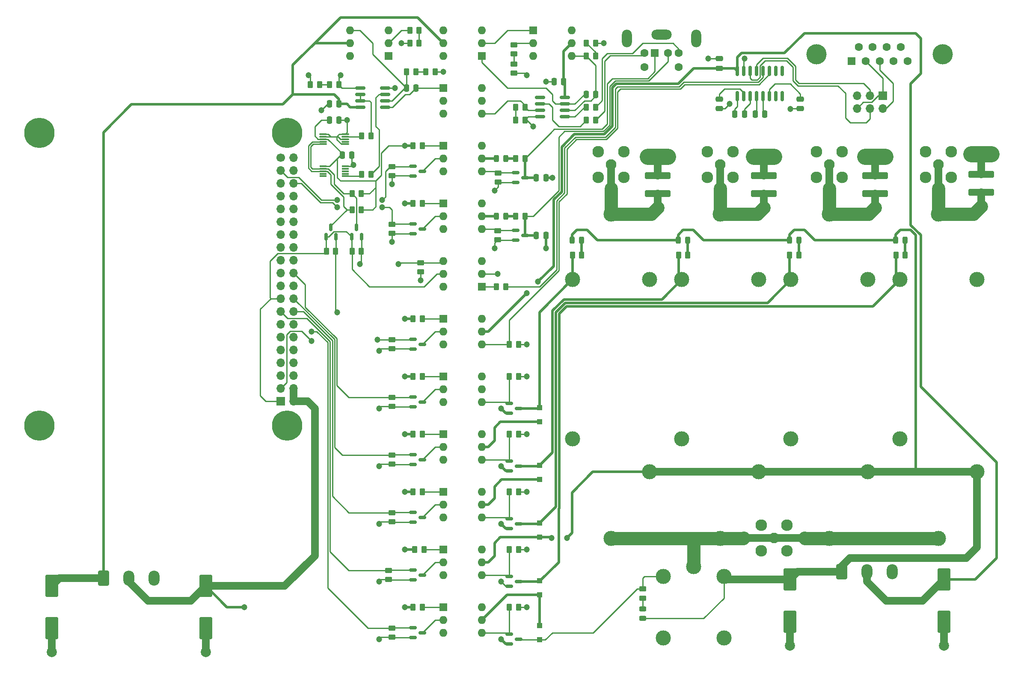
<source format=gbr>
%TF.GenerationSoftware,KiCad,Pcbnew,7.0.1*%
%TF.CreationDate,2023-03-27T20:51:39+10:00*%
%TF.ProjectId,RemoteHF,52656d6f-7465-4484-962e-6b696361645f,rev?*%
%TF.SameCoordinates,Original*%
%TF.FileFunction,Copper,L1,Top*%
%TF.FilePolarity,Positive*%
%FSLAX46Y46*%
G04 Gerber Fmt 4.6, Leading zero omitted, Abs format (unit mm)*
G04 Created by KiCad (PCBNEW 7.0.1) date 2023-03-27 20:51:39*
%MOMM*%
%LPD*%
G01*
G04 APERTURE LIST*
G04 Aperture macros list*
%AMRoundRect*
0 Rectangle with rounded corners*
0 $1 Rounding radius*
0 $2 $3 $4 $5 $6 $7 $8 $9 X,Y pos of 4 corners*
0 Add a 4 corners polygon primitive as box body*
4,1,4,$2,$3,$4,$5,$6,$7,$8,$9,$2,$3,0*
0 Add four circle primitives for the rounded corners*
1,1,$1+$1,$2,$3*
1,1,$1+$1,$4,$5*
1,1,$1+$1,$6,$7*
1,1,$1+$1,$8,$9*
0 Add four rect primitives between the rounded corners*
20,1,$1+$1,$2,$3,$4,$5,0*
20,1,$1+$1,$4,$5,$6,$7,0*
20,1,$1+$1,$6,$7,$8,$9,0*
20,1,$1+$1,$8,$9,$2,$3,0*%
G04 Aperture macros list end*
%TA.AperFunction,SMDPad,CuDef*%
%ADD10RoundRect,0.250000X-0.262500X-0.450000X0.262500X-0.450000X0.262500X0.450000X-0.262500X0.450000X0*%
%TD*%
%TA.AperFunction,SMDPad,CuDef*%
%ADD11RoundRect,0.250000X0.450000X-0.262500X0.450000X0.262500X-0.450000X0.262500X-0.450000X-0.262500X0*%
%TD*%
%TA.AperFunction,SMDPad,CuDef*%
%ADD12RoundRect,0.250000X-0.250000X-0.475000X0.250000X-0.475000X0.250000X0.475000X-0.250000X0.475000X0*%
%TD*%
%TA.AperFunction,SMDPad,CuDef*%
%ADD13RoundRect,0.250000X-0.450000X0.262500X-0.450000X-0.262500X0.450000X-0.262500X0.450000X0.262500X0*%
%TD*%
%TA.AperFunction,ComponentPad*%
%ADD14C,2.100000*%
%TD*%
%TA.AperFunction,ComponentPad*%
%ADD15C,2.300000*%
%TD*%
%TA.AperFunction,SMDPad,CuDef*%
%ADD16RoundRect,0.250000X0.262500X0.450000X-0.262500X0.450000X-0.262500X-0.450000X0.262500X-0.450000X0*%
%TD*%
%TA.AperFunction,SMDPad,CuDef*%
%ADD17RoundRect,0.250000X-1.000000X1.950000X-1.000000X-1.950000X1.000000X-1.950000X1.000000X1.950000X0*%
%TD*%
%TA.AperFunction,SMDPad,CuDef*%
%ADD18RoundRect,0.150000X-0.587500X-0.150000X0.587500X-0.150000X0.587500X0.150000X-0.587500X0.150000X0*%
%TD*%
%TA.AperFunction,ComponentPad*%
%ADD19R,1.600000X1.600000*%
%TD*%
%TA.AperFunction,ComponentPad*%
%ADD20O,1.600000X1.600000*%
%TD*%
%TA.AperFunction,ComponentPad*%
%ADD21R,1.700000X1.700000*%
%TD*%
%TA.AperFunction,ComponentPad*%
%ADD22O,1.700000X1.700000*%
%TD*%
%TA.AperFunction,ComponentPad*%
%ADD23C,6.000000*%
%TD*%
%TA.AperFunction,ComponentPad*%
%ADD24C,1.700000*%
%TD*%
%TA.AperFunction,SMDPad,CuDef*%
%ADD25RoundRect,0.150000X0.150000X-0.850000X0.150000X0.850000X-0.150000X0.850000X-0.150000X-0.850000X0*%
%TD*%
%TA.AperFunction,SMDPad,CuDef*%
%ADD26RoundRect,0.243750X0.243750X0.456250X-0.243750X0.456250X-0.243750X-0.456250X0.243750X-0.456250X0*%
%TD*%
%TA.AperFunction,ComponentPad*%
%ADD27C,3.000000*%
%TD*%
%TA.AperFunction,SMDPad,CuDef*%
%ADD28RoundRect,0.250000X0.300000X-0.300000X0.300000X0.300000X-0.300000X0.300000X-0.300000X-0.300000X0*%
%TD*%
%TA.AperFunction,SMDPad,CuDef*%
%ADD29RoundRect,0.075000X0.650000X0.075000X-0.650000X0.075000X-0.650000X-0.075000X0.650000X-0.075000X0*%
%TD*%
%TA.AperFunction,SMDPad,CuDef*%
%ADD30RoundRect,0.243750X-0.456250X0.243750X-0.456250X-0.243750X0.456250X-0.243750X0.456250X0.243750X0*%
%TD*%
%TA.AperFunction,SMDPad,CuDef*%
%ADD31RoundRect,0.250000X0.250000X0.475000X-0.250000X0.475000X-0.250000X-0.475000X0.250000X-0.475000X0*%
%TD*%
%TA.AperFunction,SMDPad,CuDef*%
%ADD32RoundRect,0.250000X-0.475000X0.250000X-0.475000X-0.250000X0.475000X-0.250000X0.475000X0.250000X0*%
%TD*%
%TA.AperFunction,SMDPad,CuDef*%
%ADD33R,1.400000X0.300000*%
%TD*%
%TA.AperFunction,SMDPad,CuDef*%
%ADD34RoundRect,0.250000X0.475000X-0.250000X0.475000X0.250000X-0.475000X0.250000X-0.475000X-0.250000X0*%
%TD*%
%TA.AperFunction,ComponentPad*%
%ADD35RoundRect,0.316092X-0.783908X-1.183908X0.783908X-1.183908X0.783908X1.183908X-0.783908X1.183908X0*%
%TD*%
%TA.AperFunction,ComponentPad*%
%ADD36O,2.200000X3.000000*%
%TD*%
%TA.AperFunction,SMDPad,CuDef*%
%ADD37RoundRect,0.168831X-2.331169X0.481169X-2.331169X-0.481169X2.331169X-0.481169X2.331169X0.481169X0*%
%TD*%
%TA.AperFunction,ComponentPad*%
%ADD38C,1.600000*%
%TD*%
%TA.AperFunction,ComponentPad*%
%ADD39O,2.000000X3.500000*%
%TD*%
%TA.AperFunction,ComponentPad*%
%ADD40O,4.000000X2.000000*%
%TD*%
%TA.AperFunction,SMDPad,CuDef*%
%ADD41RoundRect,0.150000X0.150000X-0.587500X0.150000X0.587500X-0.150000X0.587500X-0.150000X-0.587500X0*%
%TD*%
%TA.AperFunction,ComponentPad*%
%ADD42C,4.000000*%
%TD*%
%TA.AperFunction,SMDPad,CuDef*%
%ADD43RoundRect,0.250000X-0.300000X0.300000X-0.300000X-0.300000X0.300000X-0.300000X0.300000X0.300000X0*%
%TD*%
%TA.AperFunction,SMDPad,CuDef*%
%ADD44RoundRect,0.150000X0.825000X0.150000X-0.825000X0.150000X-0.825000X-0.150000X0.825000X-0.150000X0*%
%TD*%
%TA.AperFunction,SMDPad,CuDef*%
%ADD45RoundRect,0.150000X-0.825000X-0.150000X0.825000X-0.150000X0.825000X0.150000X-0.825000X0.150000X0*%
%TD*%
%TA.AperFunction,ViaPad*%
%ADD46C,1.200000*%
%TD*%
%TA.AperFunction,ViaPad*%
%ADD47C,2.000000*%
%TD*%
%TA.AperFunction,Conductor*%
%ADD48C,0.250000*%
%TD*%
%TA.AperFunction,Conductor*%
%ADD49C,1.500000*%
%TD*%
%TA.AperFunction,Conductor*%
%ADD50C,0.500000*%
%TD*%
%TA.AperFunction,Conductor*%
%ADD51C,3.200000*%
%TD*%
%TA.AperFunction,Conductor*%
%ADD52C,2.600000*%
%TD*%
G04 APERTURE END LIST*
D10*
%TO.P,R21,1*%
%TO.N,Net-(R21-Pad1)*%
X122912500Y-25400000D03*
%TO.P,R21,2*%
%TO.N,Net-(R21-Pad2)*%
X124737500Y-25400000D03*
%TD*%
D11*
%TO.P,R54,1*%
%TO.N,Net-(D7-K)*%
X169000000Y-137912500D03*
%TO.P,R54,2*%
%TO.N,Net-(D12-A)*%
X169000000Y-136087500D03*
%TD*%
D12*
%TO.P,C10,1*%
%TO.N,5V_ISO*%
X109540000Y-50165000D03*
%TO.P,C10,2*%
%TO.N,GND_ISO*%
X111440000Y-50165000D03*
%TD*%
D13*
%TO.P,R38,1*%
%TO.N,/ANT4*%
X118755000Y-132437500D03*
%TO.P,R38,2*%
%TO.N,GND_ISO*%
X118755000Y-134262500D03*
%TD*%
D10*
%TO.P,R14,1*%
%TO.N,Net-(R13-Pad2)*%
X126087500Y-33655000D03*
%TO.P,R14,2*%
%TO.N,GND_ISO*%
X127912500Y-33655000D03*
%TD*%
D14*
%TO.P,J8,1,In*%
%TO.N,Net-(J8-In)*%
X205935000Y-52000000D03*
D15*
%TO.P,J8,2,Ext*%
%TO.N,GND_NonISO*%
X203395000Y-54540000D03*
X208475000Y-54540000D03*
X203395000Y-49460000D03*
X208475000Y-49460000D03*
%TD*%
D16*
%TO.P,R10,1*%
%TO.N,5V_ISO*%
X113307500Y-60960000D03*
%TO.P,R10,2*%
%TO.N,/SDA_5*%
X111482500Y-60960000D03*
%TD*%
D10*
%TO.P,R26,1*%
%TO.N,Net-(R25-Pad2)*%
X143867500Y-43180000D03*
%TO.P,R26,2*%
%TO.N,GND_NonISO*%
X145692500Y-43180000D03*
%TD*%
D17*
%TO.P,C2,1*%
%TO.N,12V_ISO*%
X52070000Y-135500000D03*
%TO.P,C2,2*%
%TO.N,GND_ISO*%
X52070000Y-143900000D03*
%TD*%
D10*
%TO.P,R42,1*%
%TO.N,5V_ISO*%
X123547500Y-116840000D03*
%TO.P,R42,2*%
%TO.N,Net-(R42-Pad2)*%
X125372500Y-116840000D03*
%TD*%
D13*
%TO.P,R36,1*%
%TO.N,/ANT2*%
X119380000Y-109577500D03*
%TO.P,R36,2*%
%TO.N,GND_ISO*%
X119380000Y-111402500D03*
%TD*%
D10*
%TO.P,R45,1*%
%TO.N,Net-(Q14-G)*%
X142597500Y-93980000D03*
%TO.P,R45,2*%
%TO.N,GND_NonISO*%
X144422500Y-93980000D03*
%TD*%
%TO.P,R7,1*%
%TO.N,3.3V_ISO*%
X111482500Y-69215000D03*
%TO.P,R7,2*%
%TO.N,/SCL_3_3*%
X113307500Y-69215000D03*
%TD*%
D18*
%TO.P,Q9,1,G*%
%TO.N,/ANT1*%
X123522500Y-98110000D03*
%TO.P,Q9,2,S*%
%TO.N,GND_ISO*%
X123522500Y-100010000D03*
%TO.P,Q9,3,D*%
%TO.N,Net-(Q9-D)*%
X125397500Y-99060000D03*
%TD*%
D19*
%TO.P,U17,1*%
%TO.N,Net-(R41-Pad2)*%
X129540000Y-105425000D03*
D20*
%TO.P,U17,2*%
%TO.N,Net-(Q10-D)*%
X129540000Y-107965000D03*
%TO.P,U17,3,NC*%
%TO.N,unconnected-(U17-NC-Pad3)*%
X129540000Y-110505000D03*
%TO.P,U17,4*%
%TO.N,Net-(Q15-G)*%
X137160000Y-110505000D03*
%TO.P,U17,5*%
%TO.N,12V_NonISO*%
X137160000Y-107965000D03*
%TO.P,U17,6,NC*%
%TO.N,unconnected-(U17-NC-Pad6)*%
X137160000Y-105425000D03*
%TD*%
D14*
%TO.P,J10,1,In*%
%TO.N,Net-(J10-In)*%
X195000000Y-126000000D03*
D15*
%TO.P,J10,2,Ext*%
%TO.N,GND_NonISO*%
X197540000Y-128540000D03*
X197540000Y-123460000D03*
X192460000Y-128540000D03*
X192460000Y-123460000D03*
%TD*%
D16*
%TO.P,R15,1*%
%TO.N,Net-(U4B-+)*%
X108862500Y-36195000D03*
%TO.P,R15,2*%
%TO.N,Net-(R15-Pad2)*%
X107037500Y-36195000D03*
%TD*%
D10*
%TO.P,R48,1*%
%TO.N,Net-(Q17-G)*%
X142597500Y-128270000D03*
%TO.P,R48,2*%
%TO.N,GND_NonISO*%
X144422500Y-128270000D03*
%TD*%
D21*
%TO.P,J2,1,3V3*%
%TO.N,3.3V_ISO*%
X97390000Y-98900000D03*
D22*
%TO.P,J2,2,5V*%
%TO.N,5V_ISO*%
X99930000Y-98900000D03*
%TO.P,J2,3,SDA/GPIO2*%
%TO.N,/SDA_3_3*%
X97390000Y-96360000D03*
%TO.P,J2,4,5V*%
%TO.N,5V_ISO*%
X99930000Y-96360000D03*
%TO.P,J2,5,SCL/GPIO3*%
%TO.N,/SCL_3_3*%
X97390000Y-93820000D03*
%TO.P,J2,6,GND*%
%TO.N,GND_ISO*%
X99930000Y-93820000D03*
%TO.P,J2,7,GCLK0/GPIO4*%
%TO.N,unconnected-(J2-GCLK0{slash}GPIO4-Pad7)*%
X97390000Y-91280000D03*
%TO.P,J2,8,GPIO14/TXD*%
%TO.N,/TXD_ISO*%
X99930000Y-91280000D03*
%TO.P,J2,9,GND*%
%TO.N,GND_ISO*%
X97390000Y-88740000D03*
%TO.P,J2,10,GPIO15/RXD*%
%TO.N,/RXD_ISO*%
X99930000Y-88740000D03*
%TO.P,J2,11,GPIO17*%
%TO.N,unconnected-(J2-GPIO17-Pad11)*%
X97390000Y-86200000D03*
%TO.P,J2,12,GPIO18/PWM0*%
%TO.N,unconnected-(J2-GPIO18{slash}PWM0-Pad12)*%
X99930000Y-86200000D03*
%TO.P,J2,13,GPIO27*%
%TO.N,/ANT_ISO*%
X97390000Y-83660000D03*
%TO.P,J2,14,GND*%
%TO.N,GND_ISO*%
X99930000Y-83660000D03*
%TO.P,J2,15,GPIO22*%
%TO.N,/ANT4*%
X97390000Y-81120000D03*
%TO.P,J2,16,GPIO23*%
%TO.N,/ANT3*%
X99930000Y-81120000D03*
%TO.P,J2,17,3V3*%
%TO.N,3.3V_ISO*%
X97390000Y-78580000D03*
%TO.P,J2,18,GPIO24*%
%TO.N,/ANT2*%
X99930000Y-78580000D03*
%TO.P,J2,19,MOSI0/GPIO10*%
%TO.N,unconnected-(J2-MOSI0{slash}GPIO10-Pad19)*%
X97390000Y-76040000D03*
%TO.P,J2,20,GND*%
%TO.N,GND_ISO*%
X99930000Y-76040000D03*
%TO.P,J2,21,MISO0/GPIO9*%
%TO.N,unconnected-(J2-MISO0{slash}GPIO9-Pad21)*%
X97390000Y-73500000D03*
%TO.P,J2,22,GPIO25*%
%TO.N,/ANT1*%
X99930000Y-73500000D03*
%TO.P,J2,23,SCLK0/GPIO11*%
%TO.N,unconnected-(J2-SCLK0{slash}GPIO11-Pad23)*%
X97390000Y-70960000D03*
%TO.P,J2,24,~{CE0}/GPIO8*%
%TO.N,unconnected-(J2-~{CE0}{slash}GPIO8-Pad24)*%
X99930000Y-70960000D03*
%TO.P,J2,25,GND*%
%TO.N,GND_ISO*%
X97390000Y-68420000D03*
%TO.P,J2,26,~{CE1}/GPIO7*%
%TO.N,unconnected-(J2-~{CE1}{slash}GPIO7-Pad26)*%
X99930000Y-68420000D03*
%TO.P,J2,27,ID_SD/GPIO0*%
%TO.N,unconnected-(J2-ID_SD{slash}GPIO0-Pad27)*%
X97390000Y-65880000D03*
%TO.P,J2,28,ID_SC/GPIO1*%
%TO.N,unconnected-(J2-ID_SC{slash}GPIO1-Pad28)*%
X99930000Y-65880000D03*
%TO.P,J2,29,GCLK1/GPIO5*%
%TO.N,unconnected-(J2-GCLK1{slash}GPIO5-Pad29)*%
X97390000Y-63340000D03*
%TO.P,J2,30,GND*%
%TO.N,GND_ISO*%
X99930000Y-63340000D03*
%TO.P,J2,31,GCLK2/GPIO6*%
%TO.N,unconnected-(J2-GCLK2{slash}GPIO6-Pad31)*%
X97390000Y-60800000D03*
%TO.P,J2,32,PWM0/GPIO12*%
%TO.N,unconnected-(J2-PWM0{slash}GPIO12-Pad32)*%
X99930000Y-60800000D03*
%TO.P,J2,33,PWM1/GPIO13*%
%TO.N,unconnected-(J2-PWM1{slash}GPIO13-Pad33)*%
X97390000Y-58260000D03*
%TO.P,J2,34,GND*%
%TO.N,GND_ISO*%
X99930000Y-58260000D03*
%TO.P,J2,35,GPIO19/MISO1*%
%TO.N,unconnected-(J2-GPIO19{slash}MISO1-Pad35)*%
X97390000Y-55720000D03*
%TO.P,J2,36,GPIO16*%
%TO.N,/CCW_ISO*%
X99930000Y-55720000D03*
%TO.P,J2,37,GPIO26*%
%TO.N,/CW_ISO*%
X97390000Y-53180000D03*
%TO.P,J2,38,GPIO20/MOSI1*%
%TO.N,unconnected-(J2-GPIO20{slash}MOSI1-Pad38)*%
X99930000Y-53180000D03*
D23*
%TO.P,J2,39,GND*%
%TO.N,GND_ISO*%
X49660000Y-103770000D03*
X98660000Y-103770000D03*
D24*
X97390000Y-50640000D03*
D23*
X49660000Y-45770000D03*
X98660000Y-45770000D03*
D22*
%TO.P,J2,40,GPIO21/SCLK1*%
%TO.N,unconnected-(J2-GPIO21{slash}SCLK1-Pad40)*%
X99930000Y-50640000D03*
%TD*%
D25*
%TO.P,U3,1,C1+*%
%TO.N,Net-(U3-C1+)*%
X187748249Y-38500000D03*
%TO.P,U3,2,VS+*%
%TO.N,Net-(U3-VS+)*%
X189018249Y-38500000D03*
%TO.P,U3,3,C1-*%
%TO.N,Net-(U3-C1-)*%
X190288249Y-38500000D03*
%TO.P,U3,4,C2+*%
%TO.N,Net-(U3-C2+)*%
X191558249Y-38500000D03*
%TO.P,U3,5,C2-*%
%TO.N,Net-(U3-C2-)*%
X192828249Y-38500000D03*
%TO.P,U3,6,VS-*%
%TO.N,Net-(U3-VS-)*%
X194098249Y-38500000D03*
%TO.P,U3,7,T2OUT*%
%TO.N,unconnected-(U3-T2OUT-Pad7)*%
X195368249Y-38500000D03*
%TO.P,U3,8,R2IN*%
%TO.N,unconnected-(U3-R2IN-Pad8)*%
X196638249Y-38500000D03*
%TO.P,U3,9,R2OUT*%
%TO.N,unconnected-(U3-R2OUT-Pad9)*%
X196638249Y-33500000D03*
%TO.P,U3,10,T2IN*%
%TO.N,unconnected-(U3-T2IN-Pad10)*%
X195368249Y-33500000D03*
%TO.P,U3,11,T1IN*%
%TO.N,Net-(U3-T1IN)*%
X194098249Y-33500000D03*
%TO.P,U3,12,R1OUT*%
%TO.N,Net-(U3-R1OUT)*%
X192828249Y-33500000D03*
%TO.P,U3,13,R1IN*%
%TO.N,Net-(J11-Pin_3)*%
X191558249Y-33500000D03*
%TO.P,U3,14,T1OUT*%
%TO.N,Net-(J11-Pin_4)*%
X190288249Y-33500000D03*
%TO.P,U3,15,GND*%
%TO.N,GND_NonISO*%
X189018249Y-33500000D03*
%TO.P,U3,16,VCC*%
%TO.N,5V_Non_ISO*%
X187748249Y-33500000D03*
%TD*%
D13*
%TO.P,R18,1*%
%TO.N,/CCW_ISO*%
X119380000Y-63857500D03*
%TO.P,R18,2*%
%TO.N,GND_ISO*%
X119380000Y-65682500D03*
%TD*%
D26*
%TO.P,D2,1,K*%
%TO.N,Net-(D2-K)*%
X141907500Y-62230000D03*
%TO.P,D2,2,A*%
%TO.N,12V_NonISO*%
X140032500Y-62230000D03*
%TD*%
D18*
%TO.P,Q17,1,G*%
%TO.N,Net-(Q17-G)*%
X142572500Y-133670000D03*
%TO.P,Q17,2,S*%
%TO.N,GND_NonISO*%
X142572500Y-135570000D03*
%TO.P,Q17,3,D*%
%TO.N,Net-(D11-A)*%
X144447500Y-134620000D03*
%TD*%
D16*
%TO.P,R9,1*%
%TO.N,5V_ISO*%
X113307500Y-57785000D03*
%TO.P,R9,2*%
%TO.N,/SCL_5*%
X111482500Y-57785000D03*
%TD*%
D27*
%TO.P,K2,1,SHD*%
%TO.N,GND_NonISO*%
X176745000Y-106405000D03*
%TO.P,K2,2,-*%
%TO.N,Net-(D9-A)*%
X176745000Y-74805000D03*
%TO.P,K2,3*%
%TO.N,Net-(J10-In)*%
X184345000Y-126105000D03*
%TO.P,K2,4*%
%TO.N,Net-(J7-In)*%
X184345000Y-61855000D03*
%TO.P,K2,5,+*%
%TO.N,12V_NonISO*%
X191945000Y-112905000D03*
%TO.P,K2,6,SHD*%
%TO.N,GND_NonISO*%
X191945000Y-74805000D03*
%TD*%
D18*
%TO.P,Q16,1,G*%
%TO.N,Net-(Q16-G)*%
X142572500Y-122240000D03*
%TO.P,Q16,2,S*%
%TO.N,GND_NonISO*%
X142572500Y-124140000D03*
%TO.P,Q16,3,D*%
%TO.N,Net-(D10-A)*%
X144447500Y-123190000D03*
%TD*%
%TO.P,Q6,1,G*%
%TO.N,/CCW_ISO*%
X123522500Y-63820000D03*
%TO.P,Q6,2,S*%
%TO.N,GND_ISO*%
X123522500Y-65720000D03*
%TO.P,Q6,3,D*%
%TO.N,Net-(Q6-D)*%
X125397500Y-64770000D03*
%TD*%
D13*
%TO.P,R27,1*%
%TO.N,Net-(Q7-G)*%
X140407500Y-53697500D03*
%TO.P,R27,2*%
%TO.N,GND_NonISO*%
X140407500Y-55522500D03*
%TD*%
D10*
%TO.P,R12,1*%
%TO.N,Net-(U6-VOUTA)*%
X113387500Y-53975000D03*
%TO.P,R12,2*%
%TO.N,Net-(U4A-+)*%
X115212500Y-53975000D03*
%TD*%
D12*
%TO.P,C4,1*%
%TO.N,Net-(U3-C1+)*%
X187243249Y-41990000D03*
%TO.P,C4,2*%
%TO.N,Net-(U3-C1-)*%
X189143249Y-41990000D03*
%TD*%
D27*
%TO.P,K3,1,SHD*%
%TO.N,GND_NonISO*%
X198335000Y-106405000D03*
%TO.P,K3,2,-*%
%TO.N,Net-(D10-A)*%
X198335000Y-74805000D03*
%TO.P,K3,3*%
%TO.N,Net-(J10-In)*%
X205935000Y-126105000D03*
%TO.P,K3,4*%
%TO.N,Net-(J8-In)*%
X205935000Y-61855000D03*
%TO.P,K3,5,+*%
%TO.N,12V_NonISO*%
X213535000Y-112905000D03*
%TO.P,K3,6,SHD*%
%TO.N,GND_NonISO*%
X213535000Y-74805000D03*
%TD*%
D28*
%TO.P,D9,1,K*%
%TO.N,12V_NonISO*%
X148590000Y-114430000D03*
%TO.P,D9,2,A*%
%TO.N,Net-(D9-A)*%
X148590000Y-111630000D03*
%TD*%
%TO.P,D11,1,K*%
%TO.N,12V_NonISO*%
X148590000Y-137290000D03*
%TO.P,D11,2,A*%
%TO.N,Net-(D11-A)*%
X148590000Y-134490000D03*
%TD*%
D29*
%TO.P,U5,1,ADDR*%
%TO.N,GND_ISO*%
X110150000Y-47990000D03*
%TO.P,U5,2,ALERT/RDY*%
%TO.N,unconnected-(U5-ALERT{slash}RDY-Pad2)*%
X110150000Y-47490000D03*
%TO.P,U5,3,GND*%
%TO.N,GND_ISO*%
X110150000Y-46990000D03*
%TO.P,U5,4,AIN0*%
%TO.N,Net-(U5-AIN0)*%
X110150000Y-46490000D03*
%TO.P,U5,5,AIN1*%
%TO.N,GND_ISO*%
X110150000Y-45990000D03*
%TO.P,U5,6,AIN2*%
X105750000Y-45990000D03*
%TO.P,U5,7,AIN3*%
X105750000Y-46490000D03*
%TO.P,U5,8,VDD*%
%TO.N,5V_ISO*%
X105750000Y-46990000D03*
%TO.P,U5,9,SDA*%
%TO.N,/SDA_5*%
X105750000Y-47490000D03*
%TO.P,U5,10,SCL*%
%TO.N,/SCL_5*%
X105750000Y-47990000D03*
%TD*%
D28*
%TO.P,D8,1,K*%
%TO.N,12V_NonISO*%
X148590000Y-103000000D03*
%TO.P,D8,2,A*%
%TO.N,Net-(D8-A)*%
X148590000Y-100200000D03*
%TD*%
D12*
%TO.P,C19,1*%
%TO.N,/CCW*%
X147960000Y-66040000D03*
%TO.P,C19,2*%
%TO.N,GND_NonISO*%
X149860000Y-66040000D03*
%TD*%
D26*
%TO.P,D1,1,K*%
%TO.N,Net-(D1-K)*%
X141907500Y-50800000D03*
%TO.P,D1,2,A*%
%TO.N,12V_NonISO*%
X140032500Y-50800000D03*
%TD*%
D13*
%TO.P,R23,1*%
%TO.N,Net-(R23-Pad1)*%
X143510000Y-28297500D03*
%TO.P,R23,2*%
%TO.N,Net-(R23-Pad2)*%
X143510000Y-30122500D03*
%TD*%
D10*
%TO.P,R30,1*%
%TO.N,Net-(R29-Pad2)*%
X157837500Y-27940000D03*
%TO.P,R30,2*%
%TO.N,GND_NonISO*%
X159662500Y-27940000D03*
%TD*%
D16*
%TO.P,R4,1*%
%TO.N,Net-(U3-R1OUT)*%
X141882500Y-76200000D03*
%TO.P,R4,2*%
%TO.N,Net-(R4-Pad2)*%
X140057500Y-76200000D03*
%TD*%
D26*
%TO.P,D4,1,K*%
%TO.N,Net-(D4-K)*%
X177937500Y-67000000D03*
%TO.P,D4,2,A*%
%TO.N,12V_NonISO*%
X176062500Y-67000000D03*
%TD*%
D30*
%TO.P,D7,1,K*%
%TO.N,Net-(D7-K)*%
X169000000Y-140062500D03*
%TO.P,D7,2,A*%
%TO.N,12V_NonISO*%
X169000000Y-141937500D03*
%TD*%
D12*
%TO.P,C18,1*%
%TO.N,/CW*%
X147960000Y-54610000D03*
%TO.P,C18,2*%
%TO.N,GND_NonISO*%
X149860000Y-54610000D03*
%TD*%
D31*
%TO.P,C15,1*%
%TO.N,Net-(U7B--)*%
X159700000Y-38100000D03*
%TO.P,C15,2*%
%TO.N,Net-(C15-Pad2)*%
X157800000Y-38100000D03*
%TD*%
D13*
%TO.P,R17,1*%
%TO.N,/CW_ISO*%
X119380000Y-52427500D03*
%TO.P,R17,2*%
%TO.N,GND_ISO*%
X119380000Y-54252500D03*
%TD*%
D18*
%TO.P,Q5,1,G*%
%TO.N,/CW_ISO*%
X123522500Y-52390000D03*
%TO.P,Q5,2,S*%
%TO.N,GND_ISO*%
X123522500Y-54290000D03*
%TO.P,Q5,3,D*%
%TO.N,Net-(Q5-D)*%
X125397500Y-53340000D03*
%TD*%
D32*
%TO.P,C8,1*%
%TO.N,Net-(U3-VS+)*%
X184193249Y-39050000D03*
%TO.P,C8,2*%
%TO.N,GND_NonISO*%
X184193249Y-40950000D03*
%TD*%
D14*
%TO.P,J9,1,In*%
%TO.N,Net-(J9-In)*%
X227525000Y-52000000D03*
D15*
%TO.P,J9,2,Ext*%
%TO.N,GND_NonISO*%
X224985000Y-54540000D03*
X230065000Y-54540000D03*
X224985000Y-49460000D03*
X230065000Y-49460000D03*
%TD*%
D10*
%TO.P,R13,1*%
%TO.N,Net-(U4A--)*%
X122277500Y-33655000D03*
%TO.P,R13,2*%
%TO.N,Net-(R13-Pad2)*%
X124102500Y-33655000D03*
%TD*%
D16*
%TO.P,R22,1*%
%TO.N,Net-(R21-Pad2)*%
X124737500Y-27940000D03*
%TO.P,R22,2*%
%TO.N,GND_ISO*%
X122912500Y-27940000D03*
%TD*%
D33*
%TO.P,U6,1,VDD*%
%TO.N,5V_ISO*%
X105750000Y-52340000D03*
%TO.P,U6,2,SCL*%
%TO.N,/SCL_5*%
X105750000Y-52840000D03*
%TO.P,U6,3,SDA*%
%TO.N,/SDA_5*%
X105750000Y-53340000D03*
%TO.P,U6,4,~{LDAC}*%
%TO.N,unconnected-(U6-~{LDAC}-Pad4)*%
X105750000Y-53840000D03*
%TO.P,U6,5,RDY/~{BSY}*%
%TO.N,unconnected-(U6-RDY{slash}~{BSY}-Pad5)*%
X105750000Y-54340000D03*
%TO.P,U6,6,VOUTA*%
%TO.N,Net-(U6-VOUTA)*%
X110150000Y-54340000D03*
%TO.P,U6,7,VOUTB*%
%TO.N,unconnected-(U6-VOUTB-Pad7)*%
X110150000Y-53840000D03*
%TO.P,U6,8,VOUTC*%
%TO.N,unconnected-(U6-VOUTC-Pad8)*%
X110150000Y-53340000D03*
%TO.P,U6,9,VOUTD*%
%TO.N,unconnected-(U6-VOUTD-Pad9)*%
X110150000Y-52840000D03*
%TO.P,U6,10,VSS*%
%TO.N,GND_ISO*%
X110150000Y-52340000D03*
%TD*%
D16*
%TO.P,R16,1*%
%TO.N,Net-(R15-Pad2)*%
X105052500Y-36195000D03*
%TO.P,R16,2*%
%TO.N,GND_ISO*%
X103227500Y-36195000D03*
%TD*%
D27*
%TO.P,K5,11*%
%TO.N,Net-(J10-In)*%
X179070000Y-131650000D03*
%TO.P,K5,12*%
%TO.N,GND_NonISO*%
X185070000Y-145850000D03*
%TO.P,K5,14*%
%TO.N,unconnected-(K5-Pad14)*%
X173070000Y-145850000D03*
%TO.P,K5,A1*%
%TO.N,Net-(D12-A)*%
X173070000Y-133650000D03*
%TO.P,K5,A2*%
%TO.N,12V_NonISO*%
X185070000Y-133650000D03*
%TD*%
D16*
%TO.P,R52,1*%
%TO.N,Net-(D5-K)*%
X199912500Y-70000000D03*
%TO.P,R52,2*%
%TO.N,Net-(D10-A)*%
X198087500Y-70000000D03*
%TD*%
D34*
%TO.P,C7,1*%
%TO.N,5V_Non_ISO*%
X184193249Y-32950000D03*
%TO.P,C7,2*%
%TO.N,GND_NonISO*%
X184193249Y-31050000D03*
%TD*%
D13*
%TO.P,R35,1*%
%TO.N,/ANT1*%
X119380000Y-98147500D03*
%TO.P,R35,2*%
%TO.N,GND_ISO*%
X119380000Y-99972500D03*
%TD*%
D27*
%TO.P,K1,1,SHD*%
%TO.N,GND_NonISO*%
X155155000Y-106405000D03*
%TO.P,K1,2,-*%
%TO.N,Net-(D8-A)*%
X155155000Y-74805000D03*
%TO.P,K1,3*%
%TO.N,Net-(J10-In)*%
X162755000Y-126105000D03*
%TO.P,K1,4*%
%TO.N,Net-(J6-In)*%
X162755000Y-61855000D03*
%TO.P,K1,5,+*%
%TO.N,12V_NonISO*%
X170355000Y-112905000D03*
%TO.P,K1,6,SHD*%
%TO.N,GND_NonISO*%
X170355000Y-74805000D03*
%TD*%
D18*
%TO.P,Q18,1,G*%
%TO.N,Net-(Q18-G)*%
X142572500Y-145100000D03*
%TO.P,Q18,2,S*%
%TO.N,GND_NonISO*%
X142572500Y-147000000D03*
%TO.P,Q18,3,D*%
%TO.N,Net-(D12-A)*%
X144447500Y-146050000D03*
%TD*%
%TO.P,Q1,1,G*%
%TO.N,/TXD_ISO*%
X123522500Y-86680000D03*
%TO.P,Q1,2,S*%
%TO.N,GND_ISO*%
X123522500Y-88580000D03*
%TO.P,Q1,3,D*%
%TO.N,Net-(Q1-D)*%
X125397500Y-87630000D03*
%TD*%
D10*
%TO.P,R49,1*%
%TO.N,Net-(Q18-G)*%
X142597500Y-139700000D03*
%TO.P,R49,2*%
%TO.N,GND_NonISO*%
X144422500Y-139700000D03*
%TD*%
%TO.P,R20,1*%
%TO.N,5V_ISO*%
X123547500Y-59690000D03*
%TO.P,R20,2*%
%TO.N,Net-(R20-Pad2)*%
X125372500Y-59690000D03*
%TD*%
D19*
%TO.P,U2,1*%
%TO.N,Net-(R3-Pad1)*%
X129550000Y-82565000D03*
D20*
%TO.P,U2,2*%
%TO.N,Net-(Q1-D)*%
X129550000Y-85105000D03*
%TO.P,U2,3,NC*%
%TO.N,unconnected-(U2-NC-Pad3)*%
X129550000Y-87645000D03*
%TO.P,U2,4*%
%TO.N,Net-(U3-T1IN)*%
X137170000Y-87645000D03*
%TO.P,U2,5*%
%TO.N,5V_Non_ISO*%
X137170000Y-85105000D03*
%TO.P,U2,6,NC*%
%TO.N,unconnected-(U2-NC-Pad6)*%
X137170000Y-82565000D03*
%TD*%
D19*
%TO.P,U9,1*%
%TO.N,Net-(C15-Pad2)*%
X137150000Y-30465000D03*
D20*
%TO.P,U9,2*%
%TO.N,Net-(U11-Pad1)*%
X137150000Y-27925000D03*
%TO.P,U9,3,NC*%
%TO.N,unconnected-(U9-NC-Pad3)*%
X137150000Y-25385000D03*
%TO.P,U9,4*%
%TO.N,Net-(U4B-+)*%
X129530000Y-25385000D03*
%TO.P,U9,5*%
%TO.N,12V_ISO*%
X129530000Y-27925000D03*
%TO.P,U9,6,NC*%
%TO.N,unconnected-(U9-NC-Pad6)*%
X129530000Y-30465000D03*
%TD*%
D10*
%TO.P,R33,1*%
%TO.N,Net-(D1-K)*%
X143867500Y-50800000D03*
%TO.P,R33,2*%
%TO.N,/CW*%
X145692500Y-50800000D03*
%TD*%
%TO.P,R43,1*%
%TO.N,5V_ISO*%
X123905000Y-128270000D03*
%TO.P,R43,2*%
%TO.N,Net-(R43-Pad2)*%
X125730000Y-128270000D03*
%TD*%
D13*
%TO.P,R1,1*%
%TO.N,/TXD_ISO*%
X119380000Y-86717500D03*
%TO.P,R1,2*%
%TO.N,GND_ISO*%
X119380000Y-88542500D03*
%TD*%
D19*
%TO.P,U13,1*%
%TO.N,Net-(R20-Pad2)*%
X129550000Y-59705000D03*
D20*
%TO.P,U13,2*%
%TO.N,Net-(Q6-D)*%
X129550000Y-62245000D03*
%TO.P,U13,3,NC*%
%TO.N,unconnected-(U13-NC-Pad3)*%
X129550000Y-64785000D03*
%TO.P,U13,4*%
%TO.N,Net-(Q8-G)*%
X137170000Y-64785000D03*
%TO.P,U13,5*%
%TO.N,12V_NonISO*%
X137170000Y-62245000D03*
%TO.P,U13,6,NC*%
%TO.N,unconnected-(U13-NC-Pad6)*%
X137170000Y-59705000D03*
%TD*%
D13*
%TO.P,R37,1*%
%TO.N,/ANT3*%
X119380000Y-121007500D03*
%TO.P,R37,2*%
%TO.N,GND_ISO*%
X119380000Y-122832500D03*
%TD*%
D18*
%TO.P,Q13,1,G*%
%TO.N,/ANT_ISO*%
X123522500Y-143830000D03*
%TO.P,Q13,2,S*%
%TO.N,GND_ISO*%
X123522500Y-145730000D03*
%TO.P,Q13,3,D*%
%TO.N,Net-(Q13-D)*%
X125397500Y-144780000D03*
%TD*%
D13*
%TO.P,R24,1*%
%TO.N,Net-(R23-Pad2)*%
X143510000Y-32107500D03*
%TO.P,R24,2*%
%TO.N,GND_NonISO*%
X143510000Y-33932500D03*
%TD*%
D19*
%TO.P,U18,1*%
%TO.N,Net-(R42-Pad2)*%
X129550000Y-116855000D03*
D20*
%TO.P,U18,2*%
%TO.N,Net-(Q11-D)*%
X129550000Y-119395000D03*
%TO.P,U18,3,NC*%
%TO.N,unconnected-(U18-NC-Pad3)*%
X129550000Y-121935000D03*
%TO.P,U18,4*%
%TO.N,Net-(Q16-G)*%
X137170000Y-121935000D03*
%TO.P,U18,5*%
%TO.N,12V_NonISO*%
X137170000Y-119395000D03*
%TO.P,U18,6,NC*%
%TO.N,unconnected-(U18-NC-Pad6)*%
X137170000Y-116855000D03*
%TD*%
D16*
%TO.P,R25,1*%
%TO.N,Net-(U7A-+)*%
X145692500Y-40640000D03*
%TO.P,R25,2*%
%TO.N,Net-(R25-Pad2)*%
X143867500Y-40640000D03*
%TD*%
D12*
%TO.P,C11,1*%
%TO.N,5V_ISO*%
X107000000Y-43180000D03*
%TO.P,C11,2*%
%TO.N,GND_ISO*%
X108900000Y-43180000D03*
%TD*%
D10*
%TO.P,R47,1*%
%TO.N,Net-(Q16-G)*%
X142597500Y-116840000D03*
%TO.P,R47,2*%
%TO.N,GND_NonISO*%
X144422500Y-116840000D03*
%TD*%
D35*
%TO.P,J3,1,Pin_1*%
%TO.N,12V_NonISO*%
X208360000Y-132720000D03*
D36*
%TO.P,J3,2,Pin_2*%
%TO.N,5V_Non_ISO*%
X213360000Y-132720000D03*
%TO.P,J3,3,Pin_3*%
%TO.N,GND_NonISO*%
X218360000Y-132720000D03*
%TD*%
D26*
%TO.P,D5,1,K*%
%TO.N,Net-(D5-K)*%
X199937500Y-67000000D03*
%TO.P,D5,2,A*%
%TO.N,12V_NonISO*%
X198062500Y-67000000D03*
%TD*%
D19*
%TO.P,U11,1*%
%TO.N,Net-(U11-Pad1)*%
X147330000Y-25415000D03*
D20*
%TO.P,U11,2*%
%TO.N,Net-(R23-Pad1)*%
X147330000Y-27955000D03*
%TO.P,U11,3,NC*%
%TO.N,unconnected-(U11-NC-Pad3)*%
X147330000Y-30495000D03*
%TO.P,U11,4*%
%TO.N,Net-(U7B--)*%
X154950000Y-30495000D03*
%TO.P,U11,5*%
%TO.N,12V_NonISO*%
X154950000Y-27955000D03*
%TO.P,U11,6,NC*%
%TO.N,unconnected-(U11-NC-Pad6)*%
X154950000Y-25415000D03*
%TD*%
D17*
%TO.P,C3,1*%
%TO.N,5V_Non_ISO*%
X228600000Y-134230000D03*
%TO.P,C3,2*%
%TO.N,GND_NonISO*%
X228600000Y-142630000D03*
%TD*%
D37*
%TO.P,GD3,1*%
%TO.N,GND_NonISO*%
X215000000Y-54250000D03*
%TO.P,GD3,2*%
%TO.N,Net-(J8-In)*%
X215000000Y-57750000D03*
%TD*%
D26*
%TO.P,D3,1,K*%
%TO.N,Net-(D3-K)*%
X156937500Y-67000000D03*
%TO.P,D3,2,A*%
%TO.N,12V_NonISO*%
X155062500Y-67000000D03*
%TD*%
D19*
%TO.P,J5,1*%
%TO.N,/CW*%
X171410000Y-29915000D03*
D38*
%TO.P,J5,2*%
%TO.N,/CCW*%
X174010000Y-29915000D03*
%TO.P,J5,3*%
%TO.N,/Speed_AZ*%
X169310000Y-29915000D03*
%TO.P,J5,4*%
%TO.N,/Azimuth*%
X176110000Y-29915000D03*
%TO.P,J5,5*%
%TO.N,GND_NonISO*%
X169310000Y-32715000D03*
%TO.P,J5,6*%
%TO.N,unconnected-(J5-Pad6)*%
X176110000Y-32715000D03*
D39*
%TO.P,J5,7*%
%TO.N,N/C*%
X179560000Y-27065000D03*
D40*
X172710000Y-26265000D03*
D39*
X165860000Y-27065000D03*
%TD*%
D16*
%TO.P,R51,1*%
%TO.N,Net-(D4-K)*%
X177912500Y-70000000D03*
%TO.P,R51,2*%
%TO.N,Net-(D9-A)*%
X176087500Y-70000000D03*
%TD*%
D10*
%TO.P,R34,1*%
%TO.N,Net-(D2-K)*%
X143867500Y-62230000D03*
%TO.P,R34,2*%
%TO.N,/CCW*%
X145692500Y-62230000D03*
%TD*%
%TO.P,R41,1*%
%TO.N,5V_ISO*%
X123547500Y-105410000D03*
%TO.P,R41,2*%
%TO.N,Net-(R41-Pad2)*%
X125372500Y-105410000D03*
%TD*%
%TO.P,R29,1*%
%TO.N,Net-(U7B--)*%
X157837500Y-30480000D03*
%TO.P,R29,2*%
%TO.N,Net-(R29-Pad2)*%
X159662500Y-30480000D03*
%TD*%
D35*
%TO.P,J1,1,Pin_1*%
%TO.N,12V_ISO*%
X62310000Y-133990000D03*
D36*
%TO.P,J1,2,Pin_2*%
%TO.N,5V_ISO*%
X67310000Y-133990000D03*
%TO.P,J1,3,Pin_3*%
%TO.N,GND_ISO*%
X72310000Y-133990000D03*
%TD*%
D41*
%TO.P,Q3,1,G*%
%TO.N,3.3V_ISO*%
X111445000Y-66342500D03*
%TO.P,Q3,2,S*%
%TO.N,/SCL_3_3*%
X113345000Y-66342500D03*
%TO.P,Q3,3,D*%
%TO.N,/SCL_5*%
X112395000Y-64467500D03*
%TD*%
D10*
%TO.P,R19,1*%
%TO.N,5V_ISO*%
X123547500Y-48260000D03*
%TO.P,R19,2*%
%TO.N,Net-(R19-Pad2)*%
X125372500Y-48260000D03*
%TD*%
D18*
%TO.P,Q11,1,G*%
%TO.N,/ANT3*%
X123522500Y-120970000D03*
%TO.P,Q11,2,S*%
%TO.N,GND_ISO*%
X123522500Y-122870000D03*
%TO.P,Q11,3,D*%
%TO.N,Net-(Q11-D)*%
X125397500Y-121920000D03*
%TD*%
D10*
%TO.P,R11,1*%
%TO.N,Net-(U5-AIN0)*%
X113387500Y-46355000D03*
%TO.P,R11,2*%
%TO.N,Net-(U4B--)*%
X115212500Y-46355000D03*
%TD*%
D17*
%TO.P,C1,1*%
%TO.N,5V_ISO*%
X82550000Y-135500000D03*
%TO.P,C1,2*%
%TO.N,GND_ISO*%
X82550000Y-143900000D03*
%TD*%
D10*
%TO.P,R46,1*%
%TO.N,Net-(Q15-G)*%
X142597500Y-105410000D03*
%TO.P,R46,2*%
%TO.N,GND_NonISO*%
X144422500Y-105410000D03*
%TD*%
D42*
%TO.P,J4,0*%
%TO.N,N/C*%
X228390000Y-30140331D03*
X203390000Y-30140331D03*
D19*
%TO.P,J4,1,1*%
%TO.N,unconnected-(J4-Pad1)*%
X210350000Y-31560331D03*
D38*
%TO.P,J4,2,2*%
%TO.N,/RXD*%
X213120000Y-31560331D03*
%TO.P,J4,3,3*%
%TO.N,/TXD*%
X215890000Y-31560331D03*
%TO.P,J4,4,4*%
%TO.N,unconnected-(J4-Pad4)*%
X218660000Y-31560331D03*
%TO.P,J4,5,5*%
%TO.N,GND_NonISO*%
X221430000Y-31560331D03*
%TO.P,J4,6,6*%
%TO.N,unconnected-(J4-Pad6)*%
X211735000Y-28720331D03*
%TO.P,J4,7,7*%
%TO.N,unconnected-(J4-Pad7)*%
X214505000Y-28720331D03*
%TO.P,J4,8,8*%
%TO.N,unconnected-(J4-Pad8)*%
X217275000Y-28720331D03*
%TO.P,J4,9,9*%
%TO.N,unconnected-(J4-Pad9)*%
X220045000Y-28720331D03*
%TD*%
D34*
%TO.P,C9,1*%
%TO.N,GND_NonISO*%
X200193249Y-40950000D03*
%TO.P,C9,2*%
%TO.N,Net-(U3-VS-)*%
X200193249Y-39050000D03*
%TD*%
D37*
%TO.P,GD2,1*%
%TO.N,GND_NonISO*%
X193000000Y-54250000D03*
%TO.P,GD2,2*%
%TO.N,Net-(J7-In)*%
X193000000Y-57750000D03*
%TD*%
D10*
%TO.P,R5,1*%
%TO.N,Net-(U3-T1IN)*%
X142597500Y-87630000D03*
%TO.P,R5,2*%
%TO.N,GND_NonISO*%
X144422500Y-87630000D03*
%TD*%
%TO.P,R44,1*%
%TO.N,5V_ISO*%
X123547500Y-139700000D03*
%TO.P,R44,2*%
%TO.N,Net-(R44-Pad2)*%
X125372500Y-139700000D03*
%TD*%
D19*
%TO.P,U16,1*%
%TO.N,Net-(R40-Pad2)*%
X129550000Y-93995000D03*
D20*
%TO.P,U16,2*%
%TO.N,Net-(Q9-D)*%
X129550000Y-96535000D03*
%TO.P,U16,3,NC*%
%TO.N,unconnected-(U16-NC-Pad3)*%
X129550000Y-99075000D03*
%TO.P,U16,4*%
%TO.N,Net-(Q14-G)*%
X137170000Y-99075000D03*
%TO.P,U16,5*%
%TO.N,12V_NonISO*%
X137170000Y-96535000D03*
%TO.P,U16,6,NC*%
%TO.N,unconnected-(U16-NC-Pad6)*%
X137170000Y-93995000D03*
%TD*%
D10*
%TO.P,R8,1*%
%TO.N,3.3V_ISO*%
X106402500Y-69215000D03*
%TO.P,R8,2*%
%TO.N,/SDA_3_3*%
X108227500Y-69215000D03*
%TD*%
D18*
%TO.P,Q15,1,G*%
%TO.N,Net-(Q15-G)*%
X142572500Y-110810000D03*
%TO.P,Q15,2,S*%
%TO.N,GND_NonISO*%
X142572500Y-112710000D03*
%TO.P,Q15,3,D*%
%TO.N,Net-(D9-A)*%
X144447500Y-111760000D03*
%TD*%
D43*
%TO.P,D12,1,K*%
%TO.N,12V_NonISO*%
X148590000Y-143380000D03*
%TO.P,D12,2,A*%
%TO.N,Net-(D12-A)*%
X148590000Y-146180000D03*
%TD*%
D19*
%TO.P,U1,1*%
%TO.N,Net-(R4-Pad2)*%
X137150000Y-76185000D03*
D20*
%TO.P,U1,2*%
%TO.N,GND_NonISO*%
X137150000Y-73645000D03*
%TO.P,U1,3,NC*%
%TO.N,unconnected-(U1-NC-Pad3)*%
X137150000Y-71105000D03*
%TO.P,U1,4*%
%TO.N,/RXD_ISO*%
X129530000Y-71105000D03*
%TO.P,U1,5*%
%TO.N,3.3V_ISO*%
X129530000Y-73645000D03*
%TO.P,U1,6,NC*%
%TO.N,unconnected-(U1-NC-Pad6)*%
X129530000Y-76185000D03*
%TD*%
D19*
%TO.P,U19,1*%
%TO.N,Net-(R43-Pad2)*%
X129550000Y-128285000D03*
D20*
%TO.P,U19,2*%
%TO.N,Net-(Q12-D)*%
X129550000Y-130825000D03*
%TO.P,U19,3,NC*%
%TO.N,unconnected-(U19-NC-Pad3)*%
X129550000Y-133365000D03*
%TO.P,U19,4*%
%TO.N,Net-(Q17-G)*%
X137170000Y-133365000D03*
%TO.P,U19,5*%
%TO.N,12V_NonISO*%
X137170000Y-130825000D03*
%TO.P,U19,6,NC*%
%TO.N,unconnected-(U19-NC-Pad6)*%
X137170000Y-128285000D03*
%TD*%
D10*
%TO.P,R40,1*%
%TO.N,5V_ISO*%
X123547500Y-93980000D03*
%TO.P,R40,2*%
%TO.N,Net-(R40-Pad2)*%
X125372500Y-93980000D03*
%TD*%
D28*
%TO.P,D10,1,K*%
%TO.N,12V_NonISO*%
X148590000Y-125860000D03*
%TO.P,D10,2,A*%
%TO.N,Net-(D10-A)*%
X148590000Y-123060000D03*
%TD*%
D31*
%TO.P,C12,1*%
%TO.N,12V_ISO*%
X108900000Y-40005000D03*
%TO.P,C12,2*%
%TO.N,GND_ISO*%
X107000000Y-40005000D03*
%TD*%
D19*
%TO.P,U8,1*%
%TO.N,Net-(U10-Pad2)*%
X118735000Y-30465000D03*
D20*
%TO.P,U8,2*%
%TO.N,Net-(R21-Pad1)*%
X118735000Y-27925000D03*
%TO.P,U8,3,NC*%
%TO.N,unconnected-(U8-NC-Pad3)*%
X118735000Y-25385000D03*
%TO.P,U8,4*%
%TO.N,Net-(U4A--)*%
X111115000Y-25385000D03*
%TO.P,U8,5*%
%TO.N,12V_ISO*%
X111115000Y-27925000D03*
%TO.P,U8,6,NC*%
%TO.N,unconnected-(U8-NC-Pad6)*%
X111115000Y-30465000D03*
%TD*%
D44*
%TO.P,U4,1*%
%TO.N,Net-(C14-Pad2)*%
X118045000Y-40640000D03*
%TO.P,U4,2,-*%
%TO.N,Net-(U4A--)*%
X118045000Y-39370000D03*
%TO.P,U4,3,+*%
%TO.N,Net-(U4A-+)*%
X118045000Y-38100000D03*
%TO.P,U4,4,V-*%
%TO.N,GND_ISO*%
X118045000Y-36830000D03*
%TO.P,U4,5,+*%
%TO.N,Net-(U4B-+)*%
X113095000Y-36830000D03*
%TO.P,U4,6,-*%
%TO.N,Net-(U4B--)*%
X113095000Y-38100000D03*
%TO.P,U4,7*%
X113095000Y-39370000D03*
%TO.P,U4,8,V+*%
%TO.N,12V_ISO*%
X113095000Y-40640000D03*
%TD*%
D12*
%TO.P,C6,1*%
%TO.N,Net-(U3-C2+)*%
X191243249Y-42000000D03*
%TO.P,C6,2*%
%TO.N,Net-(U3-C2-)*%
X193143249Y-42000000D03*
%TD*%
D21*
%TO.P,J11,1,Pin_1*%
%TO.N,/RXD*%
X216470000Y-38390000D03*
D22*
%TO.P,J11,2,Pin_2*%
%TO.N,/TXD*%
X216470000Y-40930000D03*
%TO.P,J11,3,Pin_3*%
%TO.N,Net-(J11-Pin_3)*%
X213930000Y-38390000D03*
%TO.P,J11,4,Pin_4*%
%TO.N,Net-(J11-Pin_4)*%
X213930000Y-40930000D03*
%TO.P,J11,5,Pin_5*%
%TO.N,/TXD*%
X211390000Y-38390000D03*
%TO.P,J11,6,Pin_6*%
%TO.N,/RXD*%
X211390000Y-40930000D03*
%TD*%
D13*
%TO.P,R2,1*%
%TO.N,/RXD_ISO*%
X125095000Y-71477500D03*
%TO.P,R2,2*%
%TO.N,GND_ISO*%
X125095000Y-73302500D03*
%TD*%
D26*
%TO.P,D6,1,K*%
%TO.N,Net-(D6-K)*%
X220937500Y-67000000D03*
%TO.P,D6,2,A*%
%TO.N,12V_NonISO*%
X219062500Y-67000000D03*
%TD*%
D41*
%TO.P,Q4,1,G*%
%TO.N,3.3V_ISO*%
X106365000Y-66342500D03*
%TO.P,Q4,2,S*%
%TO.N,/SDA_3_3*%
X108265000Y-66342500D03*
%TO.P,Q4,3,D*%
%TO.N,/SDA_5*%
X107315000Y-64467500D03*
%TD*%
D19*
%TO.P,U10,1*%
%TO.N,Net-(C14-Pad2)*%
X129550000Y-36845000D03*
D20*
%TO.P,U10,2*%
%TO.N,Net-(U10-Pad2)*%
X129550000Y-39385000D03*
%TO.P,U10,3,NC*%
%TO.N,unconnected-(U10-NC-Pad3)*%
X129550000Y-41925000D03*
%TO.P,U10,4*%
%TO.N,Net-(U7A-+)*%
X137170000Y-41925000D03*
%TO.P,U10,5*%
%TO.N,12V_NonISO*%
X137170000Y-39385000D03*
%TO.P,U10,6,NC*%
%TO.N,unconnected-(U10-NC-Pad6)*%
X137170000Y-36845000D03*
%TD*%
D10*
%TO.P,R31,1*%
%TO.N,Net-(U7B-+)*%
X157837500Y-40640000D03*
%TO.P,R31,2*%
%TO.N,/Azimuth*%
X159662500Y-40640000D03*
%TD*%
D12*
%TO.P,C14,1*%
%TO.N,Net-(U4A--)*%
X122240000Y-36830000D03*
%TO.P,C14,2*%
%TO.N,Net-(C14-Pad2)*%
X124140000Y-36830000D03*
%TD*%
D14*
%TO.P,J7,1,In*%
%TO.N,Net-(J7-In)*%
X184345000Y-52000000D03*
D15*
%TO.P,J7,2,Ext*%
%TO.N,GND_NonISO*%
X181805000Y-54540000D03*
X186885000Y-54540000D03*
X181805000Y-49460000D03*
X186885000Y-49460000D03*
%TD*%
D18*
%TO.P,Q7,1,G*%
%TO.N,Net-(Q7-G)*%
X143872500Y-53660000D03*
%TO.P,Q7,2,S*%
%TO.N,GND_NonISO*%
X143872500Y-55560000D03*
%TO.P,Q7,3,D*%
%TO.N,/CW*%
X145747500Y-54610000D03*
%TD*%
D31*
%TO.P,C17,1*%
%TO.N,12V_NonISO*%
X153350000Y-35560000D03*
%TO.P,C17,2*%
%TO.N,GND_NonISO*%
X151450000Y-35560000D03*
%TD*%
D19*
%TO.P,U12,1*%
%TO.N,Net-(R19-Pad2)*%
X129550000Y-48275000D03*
D20*
%TO.P,U12,2*%
%TO.N,Net-(Q5-D)*%
X129550000Y-50815000D03*
%TO.P,U12,3,NC*%
%TO.N,unconnected-(U12-NC-Pad3)*%
X129550000Y-53355000D03*
%TO.P,U12,4*%
%TO.N,Net-(Q7-G)*%
X137170000Y-53355000D03*
%TO.P,U12,5*%
%TO.N,12V_NonISO*%
X137170000Y-50815000D03*
%TO.P,U12,6,NC*%
%TO.N,unconnected-(U12-NC-Pad6)*%
X137170000Y-48275000D03*
%TD*%
D18*
%TO.P,Q14,1,G*%
%TO.N,Net-(Q14-G)*%
X142572500Y-99380000D03*
%TO.P,Q14,2,S*%
%TO.N,GND_NonISO*%
X142572500Y-101280000D03*
%TO.P,Q14,3,D*%
%TO.N,Net-(D8-A)*%
X144447500Y-100330000D03*
%TD*%
%TO.P,Q8,1,G*%
%TO.N,Net-(Q8-G)*%
X143842500Y-65090000D03*
%TO.P,Q8,2,S*%
%TO.N,GND_NonISO*%
X143842500Y-66990000D03*
%TO.P,Q8,3,D*%
%TO.N,/CCW*%
X145717500Y-66040000D03*
%TD*%
D19*
%TO.P,U20,1*%
%TO.N,Net-(R44-Pad2)*%
X129550000Y-139715000D03*
D20*
%TO.P,U20,2*%
%TO.N,Net-(Q13-D)*%
X129550000Y-142255000D03*
%TO.P,U20,3,NC*%
%TO.N,unconnected-(U20-NC-Pad3)*%
X129550000Y-144795000D03*
%TO.P,U20,4*%
%TO.N,Net-(Q18-G)*%
X137170000Y-144795000D03*
%TO.P,U20,5*%
%TO.N,12V_NonISO*%
X137170000Y-142255000D03*
%TO.P,U20,6,NC*%
%TO.N,unconnected-(U20-NC-Pad6)*%
X137170000Y-139715000D03*
%TD*%
D37*
%TO.P,GD1,1*%
%TO.N,GND_NonISO*%
X172000000Y-54250000D03*
%TO.P,GD1,2*%
%TO.N,Net-(J6-In)*%
X172000000Y-57750000D03*
%TD*%
D10*
%TO.P,R32,1*%
%TO.N,Net-(U7A--)*%
X157837500Y-43220000D03*
%TO.P,R32,2*%
%TO.N,/Speed_AZ*%
X159662500Y-43220000D03*
%TD*%
D16*
%TO.P,R50,1*%
%TO.N,Net-(D3-K)*%
X156912500Y-70000000D03*
%TO.P,R50,2*%
%TO.N,Net-(D8-A)*%
X155087500Y-70000000D03*
%TD*%
D18*
%TO.P,Q12,1,G*%
%TO.N,/ANT4*%
X123522500Y-132400000D03*
%TO.P,Q12,2,S*%
%TO.N,GND_ISO*%
X123522500Y-134300000D03*
%TO.P,Q12,3,D*%
%TO.N,Net-(Q12-D)*%
X125397500Y-133350000D03*
%TD*%
D37*
%TO.P,GD4,1*%
%TO.N,GND_NonISO*%
X236000000Y-54000000D03*
%TO.P,GD4,2*%
%TO.N,Net-(J9-In)*%
X236000000Y-57500000D03*
%TD*%
D16*
%TO.P,R53,1*%
%TO.N,Net-(D6-K)*%
X220912500Y-70000000D03*
%TO.P,R53,2*%
%TO.N,Net-(D11-A)*%
X219087500Y-70000000D03*
%TD*%
D45*
%TO.P,U7,1*%
%TO.N,Net-(U7A--)*%
X148655000Y-38735000D03*
%TO.P,U7,2,-*%
X148655000Y-40005000D03*
%TO.P,U7,3,+*%
%TO.N,Net-(U7A-+)*%
X148655000Y-41275000D03*
%TO.P,U7,4,V-*%
%TO.N,GND_NonISO*%
X148655000Y-42545000D03*
%TO.P,U7,5,+*%
%TO.N,Net-(U7B-+)*%
X153605000Y-42545000D03*
%TO.P,U7,6,-*%
%TO.N,Net-(U7B--)*%
X153605000Y-41275000D03*
%TO.P,U7,7*%
%TO.N,Net-(C15-Pad2)*%
X153605000Y-40005000D03*
%TO.P,U7,8,V+*%
%TO.N,12V_NonISO*%
X153605000Y-38735000D03*
%TD*%
D17*
%TO.P,C5,1*%
%TO.N,12V_NonISO*%
X198120000Y-134230000D03*
%TO.P,C5,2*%
%TO.N,GND_NonISO*%
X198120000Y-142630000D03*
%TD*%
D27*
%TO.P,K4,1,SHD*%
%TO.N,GND_NonISO*%
X219925000Y-106405000D03*
%TO.P,K4,2,-*%
%TO.N,Net-(D11-A)*%
X219925000Y-74805000D03*
%TO.P,K4,3*%
%TO.N,Net-(J10-In)*%
X227525000Y-126105000D03*
%TO.P,K4,4*%
%TO.N,Net-(J9-In)*%
X227525000Y-61855000D03*
%TO.P,K4,5,+*%
%TO.N,12V_NonISO*%
X235125000Y-112905000D03*
%TO.P,K4,6,SHD*%
%TO.N,GND_NonISO*%
X235125000Y-74805000D03*
%TD*%
D13*
%TO.P,R28,1*%
%TO.N,Net-(Q8-G)*%
X140325000Y-65127500D03*
%TO.P,R28,2*%
%TO.N,GND_NonISO*%
X140325000Y-66952500D03*
%TD*%
D18*
%TO.P,Q10,1,G*%
%TO.N,/ANT2*%
X123522500Y-109540000D03*
%TO.P,Q10,2,S*%
%TO.N,GND_ISO*%
X123522500Y-111440000D03*
%TO.P,Q10,3,D*%
%TO.N,Net-(Q10-D)*%
X125397500Y-110490000D03*
%TD*%
D13*
%TO.P,R39,1*%
%TO.N,/ANT_ISO*%
X119380000Y-143867500D03*
%TO.P,R39,2*%
%TO.N,GND_ISO*%
X119380000Y-145692500D03*
%TD*%
D16*
%TO.P,R3,1*%
%TO.N,Net-(R3-Pad1)*%
X125372500Y-82550000D03*
%TO.P,R3,2*%
%TO.N,5V_ISO*%
X123547500Y-82550000D03*
%TD*%
D14*
%TO.P,J6,1,In*%
%TO.N,Net-(J6-In)*%
X162755000Y-52000000D03*
D15*
%TO.P,J6,2,Ext*%
%TO.N,GND_NonISO*%
X160215000Y-54540000D03*
X165295000Y-54540000D03*
X160215000Y-49460000D03*
X165295000Y-49460000D03*
%TD*%
D46*
%TO.N,5V_ISO*%
X121920000Y-59690000D03*
X121920000Y-82550000D03*
X121920000Y-105410000D03*
X121920000Y-128270000D03*
X121920000Y-93980000D03*
X90170000Y-139700000D03*
X121920000Y-139700000D03*
X121920000Y-48260000D03*
X121920000Y-116840000D03*
%TO.N,GND_ISO*%
X111760000Y-52070000D03*
X119380000Y-67310000D03*
X116840000Y-134620000D03*
X119380000Y-55880000D03*
X116840000Y-111760000D03*
X102870000Y-34290000D03*
D47*
X52070000Y-148590000D03*
D46*
X116840000Y-146050000D03*
X116840000Y-88900000D03*
X121285000Y-27940000D03*
X110490000Y-43180000D03*
X116840000Y-123190000D03*
X116840000Y-100330000D03*
X120015000Y-36830000D03*
X105410000Y-41275000D03*
X125095000Y-74930000D03*
X129540000Y-33655000D03*
D47*
X82550000Y-148590000D03*
D46*
%TO.N,5V_Non_ISO*%
X146050000Y-77470000D03*
X148253529Y-75229029D03*
D47*
%TO.N,GND_NonISO*%
X215000000Y-50500000D03*
X172000000Y-50500000D03*
D46*
X149860000Y-35560000D03*
X147320000Y-44450000D03*
X146050000Y-116840000D03*
D47*
X174000000Y-50500000D03*
X238000000Y-50000000D03*
X191000000Y-50500000D03*
X213000000Y-50500000D03*
D46*
X146050000Y-87630000D03*
X146050000Y-139700000D03*
X139700000Y-57150000D03*
X189193249Y-31000000D03*
D47*
X234000000Y-50000000D03*
D46*
X186193249Y-40000000D03*
X140970000Y-134620000D03*
D47*
X195000000Y-50500000D03*
D46*
X198193249Y-41000000D03*
D47*
X193000000Y-50500000D03*
D46*
X149860000Y-68580000D03*
X140320000Y-73645000D03*
D47*
X217000000Y-50500000D03*
D46*
X140970000Y-111760000D03*
D47*
X236000000Y-50000000D03*
D46*
X146050000Y-93980000D03*
X140970000Y-146050000D03*
X139700000Y-68580000D03*
X161290000Y-27940000D03*
X140970000Y-100330000D03*
D47*
X170000000Y-50500000D03*
D46*
X146050000Y-34290000D03*
X182000000Y-31000000D03*
D47*
X228600000Y-147320000D03*
X198120000Y-147320000D03*
D46*
X151130000Y-54610000D03*
X146050000Y-128270000D03*
X146050000Y-105410000D03*
X140970000Y-123190000D03*
%TO.N,12V_NonISO*%
X151000000Y-126000000D03*
X154000000Y-126000000D03*
%TO.N,/TXD_ISO*%
X116482500Y-86717500D03*
%TO.N,/SCL_3_3*%
X113030000Y-71755000D03*
%TO.N,/SDA_3_3*%
X108585000Y-81280000D03*
X103483081Y-86978081D03*
%TO.N,/CW_ISO*%
X117475000Y-59055000D03*
X108585000Y-59055000D03*
%TO.N,/CCW_ISO*%
X108585000Y-60500000D03*
X117475000Y-60454503D03*
%TO.N,/ANT_ISO*%
X103505000Y-85090000D03*
%TO.N,/RXD_ISO*%
X120650000Y-71755000D03*
%TO.N,Net-(U4B-+)*%
X109220000Y-34290000D03*
%TD*%
D48*
%TO.N,Net-(U3-T1IN)*%
X142597500Y-82828896D02*
X142597500Y-87630000D01*
X152400000Y-73026396D02*
X142597500Y-82828896D01*
X152400000Y-59412740D02*
X152400000Y-73026396D01*
X154000000Y-57812740D02*
X152400000Y-59412740D01*
X154000000Y-48922740D02*
X154000000Y-57812740D01*
X155872740Y-47050000D02*
X154000000Y-48922740D01*
X161849136Y-47050000D02*
X155872740Y-47050000D01*
X164050000Y-37600000D02*
X164050000Y-44849136D01*
X164600000Y-37050000D02*
X164050000Y-37600000D01*
X176424568Y-37050000D02*
X164600000Y-37050000D01*
X177324568Y-36150000D02*
X176424568Y-37050000D01*
X164050000Y-44849136D02*
X161849136Y-47050000D01*
X192022792Y-36150000D02*
X177324568Y-36150000D01*
X194098249Y-34074543D02*
X192022792Y-36150000D01*
X194098249Y-33500000D02*
X194098249Y-34074543D01*
%TO.N,Net-(U3-R1OUT)*%
X148590000Y-76200000D02*
X141882500Y-76200000D01*
X151950000Y-72840000D02*
X148590000Y-76200000D01*
X151950000Y-59226344D02*
X151950000Y-72840000D01*
X153550000Y-48736344D02*
X153550000Y-57626344D01*
X155686344Y-46600000D02*
X153550000Y-48736344D01*
X161662740Y-46600000D02*
X155686344Y-46600000D01*
X163600000Y-44662740D02*
X161662740Y-46600000D01*
X177138172Y-35700000D02*
X176238172Y-36600000D01*
X153550000Y-57626344D02*
X151950000Y-59226344D01*
X176238172Y-36600000D02*
X164026344Y-36600000D01*
X191836396Y-35700000D02*
X177138172Y-35700000D01*
X163600000Y-37026344D02*
X163600000Y-44662740D01*
X192828249Y-34708147D02*
X191836396Y-35700000D01*
X164026344Y-36600000D02*
X163600000Y-37026344D01*
X192828249Y-33500000D02*
X192828249Y-34708147D01*
%TO.N,/TXD*%
X217120000Y-40930000D02*
X218550000Y-39500000D01*
X216470000Y-40930000D02*
X217120000Y-40930000D01*
X218550000Y-35950000D02*
X215890000Y-33290000D01*
X215890000Y-33290000D02*
X215890000Y-31560331D01*
X218550000Y-39500000D02*
X218550000Y-35950000D01*
%TO.N,Net-(J11-Pin_4)*%
X209100000Y-42750000D02*
X210050000Y-43700000D01*
X209100000Y-37900000D02*
X209100000Y-42750000D01*
X207600000Y-36400000D02*
X209100000Y-37900000D01*
X199713604Y-36400000D02*
X207600000Y-36400000D01*
X198750000Y-35436396D02*
X199713604Y-36400000D01*
X198750000Y-32686396D02*
X198750000Y-35436396D01*
X193236498Y-31400000D02*
X197463604Y-31400000D01*
X192183249Y-32453249D02*
X193236498Y-31400000D01*
X192183249Y-34716751D02*
X192183249Y-32453249D01*
X191650000Y-35250000D02*
X192183249Y-34716751D01*
X190600000Y-35250000D02*
X191650000Y-35250000D01*
X190288249Y-34938249D02*
X190600000Y-35250000D01*
X190288249Y-33500000D02*
X190288249Y-34938249D01*
X213200000Y-43700000D02*
X210050000Y-43700000D01*
X197463604Y-31400000D02*
X198750000Y-32686396D01*
X213930000Y-40930000D02*
X213930000Y-42970000D01*
X213930000Y-42970000D02*
X213200000Y-43700000D01*
%TO.N,Net-(J11-Pin_3)*%
X213930000Y-37180000D02*
X213930000Y-38390000D01*
X212700000Y-35950000D02*
X213930000Y-37180000D01*
X199200000Y-35250000D02*
X199900000Y-35950000D01*
X199200000Y-32500000D02*
X199200000Y-35250000D01*
X199900000Y-35950000D02*
X212700000Y-35950000D01*
X192800000Y-30950000D02*
X197650000Y-30950000D01*
X197650000Y-30950000D02*
X199200000Y-32500000D01*
X191558249Y-33500000D02*
X191558249Y-32191751D01*
X191558249Y-32191751D02*
X192800000Y-30950000D01*
%TO.N,/RXD*%
X216470000Y-34910331D02*
X216470000Y-38390000D01*
X213120000Y-31560331D02*
X216470000Y-34910331D01*
D49*
%TO.N,5V_ISO*%
X98180000Y-135500000D02*
X104140000Y-129540000D01*
D50*
X123547500Y-59690000D02*
X121920000Y-59690000D01*
D48*
X109220000Y-50165000D02*
X108585000Y-50800000D01*
X113307500Y-57785000D02*
X114935000Y-57785000D01*
X115570000Y-60960000D02*
X113307500Y-60960000D01*
X117290000Y-49715000D02*
X118745000Y-48260000D01*
D50*
X123547500Y-48260000D02*
X121920000Y-48260000D01*
X123547500Y-93980000D02*
X121920000Y-93980000D01*
D49*
X102710000Y-98900000D02*
X99930000Y-98900000D01*
D48*
X117290000Y-54160000D02*
X117290000Y-49715000D01*
D49*
X67310000Y-134620000D02*
X71120000Y-138430000D01*
X67310000Y-133990000D02*
X67310000Y-134620000D01*
D50*
X123547500Y-116840000D02*
X121920000Y-116840000D01*
D49*
X99930000Y-96360000D02*
X99930000Y-98900000D01*
D48*
X109540000Y-50165000D02*
X109220000Y-50165000D01*
D49*
X79620000Y-138430000D02*
X82550000Y-135500000D01*
D50*
X90170000Y-139700000D02*
X86750000Y-139700000D01*
D49*
X104140000Y-129540000D02*
X104140000Y-100330000D01*
D50*
X123547500Y-139700000D02*
X121920000Y-139700000D01*
D48*
X104140000Y-46355000D02*
X104140000Y-44450000D01*
X114935000Y-57785000D02*
X115570000Y-57150000D01*
X106680000Y-46990000D02*
X109540000Y-49850000D01*
X105750000Y-46990000D02*
X106680000Y-46990000D01*
X109540000Y-49850000D02*
X109540000Y-50165000D01*
X116205000Y-55245000D02*
X117290000Y-54160000D01*
X109220000Y-55245000D02*
X116205000Y-55245000D01*
D50*
X123547500Y-82550000D02*
X121920000Y-82550000D01*
D48*
X107045000Y-52340000D02*
X108585000Y-50800000D01*
X105750000Y-52340000D02*
X107045000Y-52340000D01*
D50*
X123905000Y-128270000D02*
X121920000Y-128270000D01*
X86750000Y-139700000D02*
X82550000Y-135500000D01*
D48*
X104775000Y-46990000D02*
X104140000Y-46355000D01*
X118745000Y-48260000D02*
X121920000Y-48260000D01*
X116205000Y-55245000D02*
X116205000Y-60325000D01*
X115570000Y-57150000D02*
X116205000Y-56515000D01*
X108585000Y-50800000D02*
X108585000Y-54610000D01*
X116205000Y-60325000D02*
X115570000Y-60960000D01*
D49*
X104140000Y-100330000D02*
X102710000Y-98900000D01*
D48*
X105750000Y-46990000D02*
X104775000Y-46990000D01*
D49*
X82550000Y-135500000D02*
X98180000Y-135500000D01*
X71120000Y-138430000D02*
X79620000Y-138430000D01*
D48*
X108585000Y-54610000D02*
X109220000Y-55245000D01*
D50*
X123547500Y-105410000D02*
X121920000Y-105410000D01*
D48*
X116205000Y-56515000D02*
X116205000Y-55245000D01*
X104140000Y-44450000D02*
X105410000Y-43180000D01*
X105410000Y-43180000D02*
X107000000Y-43180000D01*
%TO.N,GND_ISO*%
X123485000Y-88542500D02*
X123522500Y-88580000D01*
X111440000Y-51750000D02*
X111760000Y-52070000D01*
X119380000Y-88542500D02*
X117197500Y-88542500D01*
X108900000Y-43180000D02*
X110490000Y-43180000D01*
X119417500Y-145730000D02*
X119380000Y-145692500D01*
X119380000Y-145692500D02*
X117197500Y-145692500D01*
X123522500Y-111440000D02*
X119417500Y-111440000D01*
X108450000Y-46490000D02*
X108585000Y-46355000D01*
X108450000Y-47080685D02*
X108450000Y-46490000D01*
X119417500Y-111440000D02*
X119380000Y-111402500D01*
X119380000Y-122832500D02*
X117197500Y-122832500D01*
X110150000Y-46990000D02*
X109220000Y-46990000D01*
X103227500Y-34647500D02*
X102870000Y-34290000D01*
X110490000Y-45650000D02*
X110490000Y-43180000D01*
X119380000Y-54252500D02*
X119380000Y-55880000D01*
X123522500Y-122870000D02*
X119417500Y-122870000D01*
X117197500Y-88542500D02*
X116840000Y-88900000D01*
D49*
X52070000Y-143900000D02*
X52070000Y-148590000D01*
D48*
X105750000Y-45990000D02*
X106815000Y-45990000D01*
X108720000Y-46490000D02*
X108450000Y-46490000D01*
X109220000Y-46990000D02*
X108720000Y-46490000D01*
X106680000Y-40005000D02*
X105410000Y-41275000D01*
X123522500Y-134300000D02*
X118792500Y-134300000D01*
X119417500Y-65720000D02*
X119380000Y-65682500D01*
X117197500Y-99972500D02*
X116840000Y-100330000D01*
X106815000Y-45990000D02*
X107315000Y-46490000D01*
X108950000Y-45990000D02*
X110150000Y-45990000D01*
X118792500Y-134300000D02*
X118755000Y-134262500D01*
X117197500Y-134262500D02*
X116840000Y-134620000D01*
X123485000Y-54252500D02*
X123522500Y-54290000D01*
X119380000Y-99972500D02*
X117197500Y-99972500D01*
X123522500Y-65720000D02*
X119417500Y-65720000D01*
X119417500Y-122870000D02*
X119380000Y-122832500D01*
X117197500Y-111402500D02*
X116840000Y-111760000D01*
X109359315Y-47990000D02*
X108450000Y-47080685D01*
X125095000Y-73302500D02*
X125095000Y-74930000D01*
X119417500Y-100010000D02*
X119380000Y-99972500D01*
X110150000Y-47990000D02*
X109359315Y-47990000D01*
X119380000Y-54252500D02*
X123485000Y-54252500D01*
X110150000Y-45990000D02*
X110490000Y-45650000D01*
X111490000Y-52340000D02*
X111760000Y-52070000D01*
X127912500Y-33655000D02*
X129540000Y-33655000D01*
X103227500Y-36195000D02*
X103227500Y-34647500D01*
D49*
X82550000Y-143900000D02*
X82550000Y-148590000D01*
D48*
X122912500Y-27940000D02*
X121285000Y-27940000D01*
X123522500Y-145730000D02*
X119417500Y-145730000D01*
X118755000Y-134262500D02*
X117197500Y-134262500D01*
X107000000Y-40005000D02*
X106680000Y-40005000D01*
X117197500Y-122832500D02*
X116840000Y-123190000D01*
X123522500Y-100010000D02*
X119417500Y-100010000D01*
X119380000Y-88542500D02*
X123485000Y-88542500D01*
X105750000Y-46490000D02*
X107315000Y-46490000D01*
X107315000Y-46490000D02*
X108450000Y-46490000D01*
X111440000Y-50165000D02*
X111440000Y-51750000D01*
X117197500Y-145692500D02*
X116840000Y-146050000D01*
X110150000Y-52340000D02*
X111490000Y-52340000D01*
X119380000Y-65682500D02*
X119380000Y-67310000D01*
X118045000Y-36830000D02*
X120015000Y-36830000D01*
X119380000Y-111402500D02*
X117197500Y-111402500D01*
X108585000Y-46355000D02*
X108950000Y-45990000D01*
D49*
%TO.N,12V_ISO*%
X53580000Y-133990000D02*
X52070000Y-135500000D01*
D50*
X124465000Y-22860000D02*
X109220000Y-22860000D01*
X109220000Y-22860000D02*
X104140000Y-27940000D01*
X108900000Y-39050000D02*
X107950000Y-38100000D01*
X99790000Y-38100000D02*
X97790000Y-40100000D01*
X99790000Y-32290000D02*
X100965000Y-31115000D01*
X99790000Y-38100000D02*
X99790000Y-32290000D01*
X97790000Y-40100000D02*
X67850000Y-40100000D01*
X107950000Y-38100000D02*
X99790000Y-38100000D01*
X104155000Y-27925000D02*
X104140000Y-27940000D01*
X104140000Y-27940000D02*
X100965000Y-31115000D01*
X67850000Y-40100000D02*
X62310000Y-45640000D01*
D49*
X62310000Y-133990000D02*
X53580000Y-133990000D01*
D50*
X129530000Y-27925000D02*
X124465000Y-22860000D01*
X110490000Y-40005000D02*
X108900000Y-40005000D01*
X111115000Y-27925000D02*
X104155000Y-27925000D01*
X108900000Y-40005000D02*
X108900000Y-39050000D01*
X62310000Y-45640000D02*
X62310000Y-133990000D01*
X111125000Y-40640000D02*
X110490000Y-40005000D01*
X113095000Y-40640000D02*
X111125000Y-40640000D01*
%TO.N,5V_Non_ISO*%
X176000000Y-36025000D02*
X179075000Y-32950000D01*
X224000000Y-27000000D02*
X224000000Y-34000000D01*
X179075000Y-32950000D02*
X184193249Y-32950000D01*
X151375000Y-72145000D02*
X151375000Y-58988172D01*
X197050000Y-29950000D02*
X201000000Y-26000000D01*
X224000000Y-96000000D02*
X239000000Y-111000000D01*
X161424568Y-46025000D02*
X163025000Y-44424568D01*
X234770000Y-134230000D02*
X228600000Y-134230000D01*
X155448171Y-46025000D02*
X161424568Y-46025000D01*
D49*
X213360000Y-134620000D02*
X217170000Y-138430000D01*
D50*
X148253529Y-75229029D02*
X148290971Y-75229029D01*
X184193249Y-32950000D02*
X187198249Y-32950000D01*
X239000000Y-130000000D02*
X234770000Y-134230000D01*
D49*
X213360000Y-132720000D02*
X213360000Y-134620000D01*
D50*
X224000000Y-66000000D02*
X224000000Y-96000000D01*
X222000000Y-36000000D02*
X222000000Y-64000000D01*
X138415000Y-85105000D02*
X146050000Y-77470000D01*
X163788172Y-36025000D02*
X176000000Y-36025000D01*
X163025000Y-36788172D02*
X163788172Y-36025000D01*
X201000000Y-26000000D02*
X223000000Y-26000000D01*
X239000000Y-111000000D02*
X239000000Y-130000000D01*
X187748249Y-33500000D02*
X187748249Y-30747334D01*
X163025000Y-44424568D02*
X163025000Y-36788172D01*
X224000000Y-34000000D02*
X222000000Y-36000000D01*
X188545583Y-29950000D02*
X197050000Y-29950000D01*
X152975000Y-57388172D02*
X152975000Y-48498171D01*
X223000000Y-26000000D02*
X224000000Y-27000000D01*
D49*
X217170000Y-138430000D02*
X224400000Y-138430000D01*
D50*
X137170000Y-85105000D02*
X138415000Y-85105000D01*
X152975000Y-48498171D02*
X155448171Y-46025000D01*
X148290971Y-75229029D02*
X151375000Y-72145000D01*
X151375000Y-58988172D02*
X152975000Y-57388172D01*
D49*
X224400000Y-138430000D02*
X228600000Y-134230000D01*
D50*
X187748249Y-30747334D02*
X188545583Y-29950000D01*
X222000000Y-64000000D02*
X224000000Y-66000000D01*
X187198249Y-32950000D02*
X187748249Y-33500000D01*
%TO.N,GND_NonISO*%
X141920000Y-124140000D02*
X140970000Y-123190000D01*
D48*
X143510000Y-33932500D02*
X145692500Y-33932500D01*
X146050000Y-43180000D02*
X147320000Y-44450000D01*
D51*
X191000000Y-50500000D02*
X195000000Y-50500000D01*
D48*
X144422500Y-116840000D02*
X146050000Y-116840000D01*
X137150000Y-73645000D02*
X140320000Y-73645000D01*
X184193249Y-31050000D02*
X184143249Y-31000000D01*
D50*
X149860000Y-54610000D02*
X151130000Y-54610000D01*
D49*
X193000000Y-50500000D02*
X193000000Y-54250000D01*
D48*
X189018249Y-33500000D02*
X189018249Y-31175000D01*
D50*
X142572500Y-124140000D02*
X141920000Y-124140000D01*
X141920000Y-112710000D02*
X140970000Y-111760000D01*
D48*
X151450000Y-35560000D02*
X149860000Y-35560000D01*
X145692500Y-33932500D02*
X146050000Y-34290000D01*
X145692500Y-43180000D02*
X146327500Y-42545000D01*
D50*
X141920000Y-101280000D02*
X140970000Y-100330000D01*
D48*
X144422500Y-93980000D02*
X146050000Y-93980000D01*
X141920000Y-135570000D02*
X140970000Y-134620000D01*
X184143249Y-31000000D02*
X182000000Y-31000000D01*
X200193249Y-40950000D02*
X198243249Y-40950000D01*
X140362500Y-66990000D02*
X140325000Y-66952500D01*
X185243249Y-40950000D02*
X186193249Y-40000000D01*
X143842500Y-66990000D02*
X140362500Y-66990000D01*
D51*
X170000000Y-50500000D02*
X172000000Y-50500000D01*
D50*
X142572500Y-101280000D02*
X141920000Y-101280000D01*
X142572500Y-147000000D02*
X141920000Y-147000000D01*
D48*
X159662500Y-27940000D02*
X161290000Y-27940000D01*
D49*
X172000000Y-50500000D02*
X172000000Y-54250000D01*
D50*
X149860000Y-66040000D02*
X149860000Y-68580000D01*
D49*
X198120000Y-142630000D02*
X198120000Y-147320000D01*
D48*
X198243249Y-40950000D02*
X198193249Y-41000000D01*
D50*
X141920000Y-147000000D02*
X140970000Y-146050000D01*
D48*
X146327500Y-42545000D02*
X148655000Y-42545000D01*
X139700000Y-67577500D02*
X139700000Y-68580000D01*
D49*
X236000000Y-50000000D02*
X236000000Y-54000000D01*
D48*
X140325000Y-66952500D02*
X139700000Y-67577500D01*
D49*
X215000000Y-50500000D02*
X215000000Y-54250000D01*
D48*
X144422500Y-87630000D02*
X146050000Y-87630000D01*
D51*
X234000000Y-50000000D02*
X238000000Y-50000000D01*
D48*
X144422500Y-128270000D02*
X146050000Y-128270000D01*
X142572500Y-135570000D02*
X141920000Y-135570000D01*
X140407500Y-55522500D02*
X140407500Y-56442500D01*
D49*
X228600000Y-142630000D02*
X228600000Y-147320000D01*
D51*
X213000000Y-50500000D02*
X217000000Y-50500000D01*
D48*
X144422500Y-139700000D02*
X146050000Y-139700000D01*
X184193249Y-40950000D02*
X185243249Y-40950000D01*
D51*
X174000000Y-50500000D02*
X172000000Y-50500000D01*
D48*
X189018249Y-31175000D02*
X189193249Y-31000000D01*
X140407500Y-56442500D02*
X139700000Y-57150000D01*
D50*
X142572500Y-112710000D02*
X141920000Y-112710000D01*
D48*
X140445000Y-55560000D02*
X140407500Y-55522500D01*
X189143249Y-31050000D02*
X189193249Y-31000000D01*
X145692500Y-43180000D02*
X146050000Y-43180000D01*
X143872500Y-55560000D02*
X140445000Y-55560000D01*
X144422500Y-105410000D02*
X146050000Y-105410000D01*
%TO.N,Net-(U3-C1+)*%
X187748249Y-40495000D02*
X187748249Y-38500000D01*
X187243249Y-41000000D02*
X187748249Y-40495000D01*
X187243249Y-41990000D02*
X187243249Y-41000000D01*
%TO.N,Net-(U3-C1-)*%
X190288249Y-39875000D02*
X190288249Y-38500000D01*
X189143249Y-41020000D02*
X190288249Y-39875000D01*
X189143249Y-41990000D02*
X189143249Y-41020000D01*
D49*
%TO.N,12V_NonISO*%
X198120000Y-134230000D02*
X185650000Y-134230000D01*
D50*
X138415000Y-119395000D02*
X139700000Y-118110000D01*
D49*
X223000000Y-112905000D02*
X213535000Y-112905000D01*
D50*
X153350000Y-29555000D02*
X153350000Y-35560000D01*
X140840000Y-103000000D02*
X148590000Y-103000000D01*
X137170000Y-119395000D02*
X138415000Y-119395000D01*
X198062500Y-67000000D02*
X198062500Y-65937500D01*
X148590000Y-137290000D02*
X148590000Y-143380000D01*
X138415000Y-130825000D02*
X139700000Y-129540000D01*
X138415000Y-107965000D02*
X139700000Y-106680000D01*
X219062500Y-65937500D02*
X220000000Y-65000000D01*
D49*
X208360000Y-132720000D02*
X208360000Y-131640000D01*
D50*
X156000000Y-65000000D02*
X158000000Y-65000000D01*
X153605000Y-38735000D02*
X153605000Y-35815000D01*
X137160000Y-107965000D02*
X138415000Y-107965000D01*
X139700000Y-129540000D02*
X139700000Y-127000000D01*
D48*
X185070000Y-137930000D02*
X185070000Y-133650000D01*
D50*
X220000000Y-65000000D02*
X222000000Y-65000000D01*
X140017500Y-50815000D02*
X140032500Y-50800000D01*
X153605000Y-35815000D02*
X153350000Y-35560000D01*
X176062500Y-66062500D02*
X176000000Y-66000000D01*
X159095000Y-112905000D02*
X170355000Y-112905000D01*
X139700000Y-127000000D02*
X140840000Y-125860000D01*
X198062500Y-65937500D02*
X199000000Y-65000000D01*
X137170000Y-50815000D02*
X140017500Y-50815000D01*
D49*
X213535000Y-112905000D02*
X191945000Y-112905000D01*
D50*
X155062500Y-65937500D02*
X156000000Y-65000000D01*
X199000000Y-65000000D02*
X201000000Y-65000000D01*
X177000000Y-65000000D02*
X179000000Y-65000000D01*
X222000000Y-65000000D02*
X223000000Y-66000000D01*
X223000000Y-66000000D02*
X223000000Y-112905000D01*
X140017500Y-62245000D02*
X140032500Y-62230000D01*
X137170000Y-130825000D02*
X138415000Y-130825000D01*
X179000000Y-65000000D02*
X181000000Y-67000000D01*
X139700000Y-104140000D02*
X140840000Y-103000000D01*
X155062500Y-67000000D02*
X155062500Y-65937500D01*
X137170000Y-62245000D02*
X140017500Y-62245000D01*
D49*
X235125000Y-112905000D02*
X235125000Y-127875000D01*
D50*
X139700000Y-106680000D02*
X139700000Y-104140000D01*
D49*
X208360000Y-131640000D02*
X210000000Y-130000000D01*
D50*
X181000000Y-67000000D02*
X198062500Y-67000000D01*
X155000000Y-125000000D02*
X155000000Y-117000000D01*
D49*
X199630000Y-132720000D02*
X198120000Y-134230000D01*
D50*
X142135000Y-137290000D02*
X137170000Y-142255000D01*
X160000000Y-67000000D02*
X176062500Y-67000000D01*
X201000000Y-65000000D02*
X203000000Y-67000000D01*
X141100000Y-114430000D02*
X148590000Y-114430000D01*
X203000000Y-67000000D02*
X219062500Y-67000000D01*
X176000000Y-66000000D02*
X177000000Y-65000000D01*
D48*
X169000000Y-141937500D02*
X181062500Y-141937500D01*
D50*
X176062500Y-67000000D02*
X176062500Y-66062500D01*
X158000000Y-65000000D02*
X160000000Y-67000000D01*
X141100000Y-114430000D02*
X139700000Y-115830000D01*
X148590000Y-125860000D02*
X150860000Y-125860000D01*
X139700000Y-115830000D02*
X139700000Y-118110000D01*
X154000000Y-126000000D02*
X155000000Y-125000000D01*
X148590000Y-137290000D02*
X142135000Y-137290000D01*
D49*
X235125000Y-112905000D02*
X223000000Y-112905000D01*
X235125000Y-127875000D02*
X233000000Y-130000000D01*
D50*
X154950000Y-27955000D02*
X153350000Y-29555000D01*
X140840000Y-125860000D02*
X148590000Y-125860000D01*
X150860000Y-125860000D02*
X151000000Y-126000000D01*
D48*
X181062500Y-141937500D02*
X185070000Y-137930000D01*
D49*
X210000000Y-130000000D02*
X233000000Y-130000000D01*
X191945000Y-112905000D02*
X170355000Y-112905000D01*
X185650000Y-134230000D02*
X185070000Y-133650000D01*
D50*
X219062500Y-67000000D02*
X219062500Y-65937500D01*
X155000000Y-117000000D02*
X159095000Y-112905000D01*
D49*
X208360000Y-132720000D02*
X199630000Y-132720000D01*
D48*
%TO.N,Net-(U3-C2+)*%
X191243249Y-42000000D02*
X191558249Y-41685000D01*
X191558249Y-41685000D02*
X191558249Y-38500000D01*
%TO.N,Net-(U3-C2-)*%
X193143249Y-42000000D02*
X192828249Y-41685000D01*
X192828249Y-41685000D02*
X192828249Y-38500000D01*
%TO.N,Net-(U3-VS+)*%
X189018249Y-37825000D02*
X189018249Y-38500000D01*
X185193249Y-37000000D02*
X188193249Y-37000000D01*
X184193249Y-39050000D02*
X184193249Y-38000000D01*
X188193249Y-37000000D02*
X189018249Y-37825000D01*
X184193249Y-38000000D02*
X185193249Y-37000000D01*
%TO.N,Net-(U3-VS-)*%
X198193249Y-36000000D02*
X195193249Y-36000000D01*
X200193249Y-38000000D02*
X198193249Y-36000000D01*
X194098249Y-37095000D02*
X194098249Y-38500000D01*
X200193249Y-39050000D02*
X200193249Y-38000000D01*
X195193249Y-36000000D02*
X194098249Y-37095000D01*
%TO.N,Net-(U4A--)*%
X113015000Y-25385000D02*
X115570000Y-27940000D01*
X119380000Y-39370000D02*
X121920000Y-36830000D01*
X122240000Y-36830000D02*
X115570000Y-30160000D01*
X122240000Y-33692500D02*
X122277500Y-33655000D01*
X111115000Y-25385000D02*
X113015000Y-25385000D01*
X118045000Y-39370000D02*
X119380000Y-39370000D01*
X115570000Y-30160000D02*
X115570000Y-27940000D01*
X122240000Y-36830000D02*
X122240000Y-33692500D01*
X121920000Y-36830000D02*
X122240000Y-36830000D01*
%TO.N,Net-(C14-Pad2)*%
X122870000Y-38100000D02*
X124140000Y-36830000D01*
X119481827Y-40640000D02*
X122021827Y-38100000D01*
X118045000Y-40640000D02*
X119481827Y-40640000D01*
X129550000Y-36845000D02*
X124155000Y-36845000D01*
X124155000Y-36845000D02*
X124140000Y-36830000D01*
X122021827Y-38100000D02*
X122870000Y-38100000D01*
%TO.N,Net-(U7B--)*%
X154950000Y-30495000D02*
X157822500Y-30495000D01*
X159700000Y-32342500D02*
X159700000Y-38100000D01*
X157837500Y-30480000D02*
X159700000Y-32342500D01*
X155575000Y-41275000D02*
X157480000Y-39370000D01*
X159700000Y-38420000D02*
X159700000Y-38100000D01*
X157480000Y-39370000D02*
X158750000Y-39370000D01*
X157822500Y-30495000D02*
X157837500Y-30480000D01*
X158750000Y-39370000D02*
X159700000Y-38420000D01*
X153605000Y-41275000D02*
X155575000Y-41275000D01*
%TO.N,Net-(C15-Pad2)*%
X151765000Y-40005000D02*
X153605000Y-40005000D01*
X151130000Y-38100000D02*
X151130000Y-39370000D01*
X157480000Y-38100000D02*
X155575000Y-40005000D01*
X155575000Y-40005000D02*
X153605000Y-40005000D01*
X142240000Y-36830000D02*
X149860000Y-36830000D01*
X137150000Y-30465000D02*
X137150000Y-31740000D01*
X137150000Y-31740000D02*
X142240000Y-36830000D01*
X157800000Y-38100000D02*
X157480000Y-38100000D01*
X149860000Y-36830000D02*
X151130000Y-38100000D01*
X151130000Y-39370000D02*
X151765000Y-40005000D01*
%TO.N,/CW*%
X151492500Y-45000000D02*
X150772500Y-45720000D01*
D50*
X145692500Y-50800000D02*
X145692500Y-54555000D01*
D48*
X171410000Y-33590000D02*
X170000000Y-35000000D01*
D50*
X145692500Y-54555000D02*
X145747500Y-54610000D01*
D48*
X161000000Y-45000000D02*
X151492500Y-45000000D01*
D50*
X147960000Y-54610000D02*
X145747500Y-54610000D01*
D48*
X145692500Y-50800000D02*
X150772500Y-45720000D01*
X163000000Y-35000000D02*
X162000000Y-36000000D01*
X162000000Y-36000000D02*
X162000000Y-44000000D01*
X171410000Y-29915000D02*
X171410000Y-33590000D01*
X170000000Y-35000000D02*
X163000000Y-35000000D01*
X162000000Y-44000000D02*
X161000000Y-45000000D01*
%TO.N,/CCW*%
X153550000Y-45450000D02*
X152400000Y-46600000D01*
X152400000Y-57150000D02*
X147320000Y-62230000D01*
X174010000Y-31626396D02*
X170186396Y-35450000D01*
X163550000Y-35450000D02*
X162450000Y-36550000D01*
D50*
X145717500Y-62255000D02*
X145692500Y-62230000D01*
D48*
X162450000Y-36550000D02*
X162450000Y-44186396D01*
X161186396Y-45450000D02*
X153550000Y-45450000D01*
X147320000Y-62230000D02*
X145692500Y-62230000D01*
X170186396Y-35450000D02*
X163550000Y-35450000D01*
D50*
X147960000Y-66040000D02*
X145717500Y-66040000D01*
D48*
X174010000Y-29915000D02*
X174010000Y-31626396D01*
D50*
X145717500Y-66040000D02*
X145717500Y-62255000D01*
D48*
X162450000Y-44186396D02*
X161186396Y-45450000D01*
X152400000Y-46600000D02*
X152400000Y-57150000D01*
D50*
%TO.N,Net-(D1-K)*%
X141907500Y-50800000D02*
X143867500Y-50800000D01*
%TO.N,Net-(D2-K)*%
X143867500Y-62230000D02*
X141907500Y-62230000D01*
%TO.N,Net-(D3-K)*%
X156912500Y-70000000D02*
X156912500Y-67025000D01*
X156912500Y-67025000D02*
X156937500Y-67000000D01*
%TO.N,Net-(D4-K)*%
X177937500Y-67000000D02*
X177937500Y-69975000D01*
X177937500Y-69975000D02*
X177912500Y-70000000D01*
%TO.N,Net-(D5-K)*%
X199912500Y-67025000D02*
X199937500Y-67000000D01*
X199912500Y-70000000D02*
X199912500Y-67025000D01*
%TO.N,Net-(D6-K)*%
X220912500Y-67025000D02*
X220937500Y-67000000D01*
X220912500Y-70000000D02*
X220912500Y-67025000D01*
D48*
%TO.N,Net-(D7-K)*%
X169000000Y-137912500D02*
X169000000Y-140062500D01*
D50*
%TO.N,Net-(D8-A)*%
X148460000Y-100330000D02*
X148590000Y-100200000D01*
X148590000Y-81280000D02*
X155065000Y-74805000D01*
X155155000Y-70067500D02*
X155087500Y-70000000D01*
X155065000Y-74805000D02*
X155155000Y-74805000D01*
X144447500Y-100330000D02*
X148460000Y-100330000D01*
X148590000Y-100200000D02*
X148590000Y-81280000D01*
X155155000Y-74805000D02*
X155155000Y-70067500D01*
D48*
%TO.N,/TXD_ISO*%
X119380000Y-86717500D02*
X123485000Y-86717500D01*
X123485000Y-86717500D02*
X123522500Y-86680000D01*
X119380000Y-86717500D02*
X116482500Y-86717500D01*
D50*
%TO.N,Net-(D9-A)*%
X153389950Y-78740000D02*
X172810000Y-78740000D01*
X151130000Y-80999950D02*
X153389950Y-78740000D01*
X144447500Y-111760000D02*
X148460000Y-111760000D01*
X148590000Y-111630000D02*
X151130000Y-109090000D01*
X176087500Y-74147500D02*
X176745000Y-74805000D01*
X151130000Y-109090000D02*
X151130000Y-80999950D01*
X176087500Y-70000000D02*
X176087500Y-74147500D01*
X172810000Y-78740000D02*
X176745000Y-74805000D01*
X148460000Y-111760000D02*
X148590000Y-111630000D01*
%TO.N,Net-(D10-A)*%
X198335000Y-74805000D02*
X193700000Y-79440000D01*
X148460000Y-123190000D02*
X148590000Y-123060000D01*
X151830000Y-119820000D02*
X148590000Y-123060000D01*
X198087500Y-70000000D02*
X198087500Y-74557500D01*
X151830000Y-81289900D02*
X151830000Y-119820000D01*
X193700000Y-79440000D02*
X153679900Y-79440000D01*
X153679900Y-79440000D02*
X151830000Y-81289900D01*
X144447500Y-123190000D02*
X148460000Y-123190000D01*
X198087500Y-74557500D02*
X198335000Y-74805000D01*
%TO.N,Net-(D11-A)*%
X152400000Y-120239950D02*
X152530000Y-120109949D01*
X219087500Y-70000000D02*
X219087500Y-73967500D01*
X144447500Y-134620000D02*
X148460000Y-134620000D01*
X214590000Y-80140000D02*
X219925000Y-74805000D01*
X219087500Y-73967500D02*
X219925000Y-74805000D01*
X153969850Y-80140000D02*
X214590000Y-80140000D01*
X148720000Y-134490000D02*
X152400000Y-130810000D01*
X152530000Y-120109949D02*
X152530000Y-81579850D01*
X148590000Y-134490000D02*
X148720000Y-134490000D01*
X152530000Y-81579850D02*
X153969850Y-80140000D01*
X148460000Y-134620000D02*
X148590000Y-134490000D01*
X152400000Y-130810000D02*
X152400000Y-120239950D01*
D48*
%TO.N,3.3V_ISO*%
X95250000Y-78420000D02*
X95410000Y-78580000D01*
X128285000Y-73645000D02*
X125730000Y-76200000D01*
X97390000Y-98900000D02*
X94455000Y-98900000D01*
X96775000Y-69595000D02*
X95250000Y-71120000D01*
X107911751Y-65280000D02*
X106849251Y-66342500D01*
X111482500Y-72747500D02*
X111482500Y-69215000D01*
X95410000Y-78580000D02*
X97390000Y-78580000D01*
X125730000Y-76200000D02*
X114935000Y-76200000D01*
X106402500Y-69215000D02*
X106022500Y-69595000D01*
X106849251Y-66342500D02*
X106365000Y-66342500D01*
X111445000Y-69177500D02*
X111482500Y-69215000D01*
X111445000Y-66342500D02*
X111427500Y-66342500D01*
X93345000Y-80645000D02*
X95410000Y-78580000D01*
X94455000Y-98900000D02*
X93345000Y-97790000D01*
X106022500Y-69595000D02*
X96775000Y-69595000D01*
X110365000Y-65280000D02*
X107911751Y-65280000D01*
X95250000Y-71120000D02*
X95250000Y-78420000D01*
X93345000Y-97790000D02*
X93345000Y-80645000D01*
X106365000Y-69177500D02*
X106402500Y-69215000D01*
X129530000Y-73645000D02*
X128285000Y-73645000D01*
X111445000Y-66342500D02*
X111445000Y-69177500D01*
X111427500Y-66342500D02*
X110365000Y-65280000D01*
X114935000Y-76200000D02*
X111482500Y-72747500D01*
X106365000Y-66342500D02*
X106365000Y-69177500D01*
%TO.N,/SCL_3_3*%
X113345000Y-66342500D02*
X113345000Y-69177500D01*
X113345000Y-69177500D02*
X113307500Y-69215000D01*
X113307500Y-71477500D02*
X113307500Y-69215000D01*
X113030000Y-71755000D02*
X113307500Y-71477500D01*
%TO.N,/SCL_5*%
X112395000Y-58697500D02*
X111482500Y-57785000D01*
X107950000Y-54040000D02*
X107950000Y-55880000D01*
X105750000Y-52840000D02*
X106750000Y-52840000D01*
X103320000Y-48446396D02*
X103320000Y-52518604D01*
X103641396Y-52840000D02*
X105750000Y-52840000D01*
X103320000Y-52518604D02*
X103641396Y-52840000D01*
X112395000Y-64467500D02*
X112395000Y-58697500D01*
X105750000Y-47990000D02*
X103776396Y-47990000D01*
X107950000Y-55880000D02*
X109855000Y-57785000D01*
X106750000Y-52840000D02*
X107950000Y-54040000D01*
X109855000Y-57785000D02*
X111482500Y-57785000D01*
X103776396Y-47990000D02*
X103320000Y-48446396D01*
%TO.N,/SDA_3_3*%
X108265000Y-69177500D02*
X108227500Y-69215000D01*
X103483081Y-86973081D02*
X101535000Y-85025000D01*
X108265000Y-66342500D02*
X108265000Y-69177500D01*
X98565000Y-95185000D02*
X97390000Y-96360000D01*
X103483081Y-86978081D02*
X103483081Y-86973081D01*
X99253299Y-85025000D02*
X98565000Y-85713299D01*
X101535000Y-85025000D02*
X99253299Y-85025000D01*
X108227500Y-80922500D02*
X108227500Y-69215000D01*
X108585000Y-81280000D02*
X108227500Y-80922500D01*
X98565000Y-85713299D02*
X98565000Y-95185000D01*
%TO.N,/SDA_5*%
X107315000Y-64135000D02*
X107315000Y-64467500D01*
X107315000Y-55881396D02*
X109853604Y-58420000D01*
X110490000Y-60960000D02*
X107315000Y-64135000D01*
X103505000Y-53340000D02*
X105750000Y-53340000D01*
X105750000Y-53340000D02*
X106613604Y-53340000D01*
X102870000Y-48260000D02*
X102870000Y-52705000D01*
X110490000Y-60960000D02*
X111482500Y-60960000D01*
X103640000Y-47490000D02*
X102870000Y-48260000D01*
X109855000Y-60325000D02*
X110490000Y-60960000D01*
X109855000Y-58420000D02*
X109855000Y-60325000D01*
X105750000Y-47490000D02*
X103640000Y-47490000D01*
X107315000Y-54041396D02*
X107315000Y-55881396D01*
X102870000Y-52705000D02*
X103505000Y-53340000D01*
X109853604Y-58420000D02*
X109855000Y-58420000D01*
X106613604Y-53340000D02*
X107315000Y-54041396D01*
%TO.N,/CW_ISO*%
X100900000Y-54545000D02*
X105410000Y-59055000D01*
X97390000Y-53180000D02*
X98755000Y-54545000D01*
X118110000Y-58420000D02*
X118110000Y-53340000D01*
X123485000Y-52427500D02*
X123522500Y-52390000D01*
X118110000Y-53340000D02*
X119022500Y-52427500D01*
X119380000Y-52427500D02*
X123485000Y-52427500D01*
X119022500Y-52427500D02*
X119380000Y-52427500D01*
X105410000Y-59055000D02*
X108585000Y-59055000D01*
X117475000Y-59055000D02*
X118110000Y-58420000D01*
X98755000Y-54545000D02*
X100900000Y-54545000D01*
%TO.N,Net-(D12-A)*%
X159220000Y-144780000D02*
X167912500Y-136087500D01*
X173070000Y-133650000D02*
X169350000Y-133650000D01*
X144577500Y-146180000D02*
X148590000Y-146180000D01*
X151130000Y-144780000D02*
X159220000Y-144780000D01*
X167912500Y-136087500D02*
X169000000Y-136087500D01*
X169000000Y-134000000D02*
X169000000Y-136087500D01*
X169350000Y-133650000D02*
X169000000Y-134000000D01*
X148590000Y-146180000D02*
X149730000Y-146180000D01*
X149730000Y-146180000D02*
X151130000Y-144780000D01*
X144447500Y-146050000D02*
X144577500Y-146180000D01*
%TO.N,/CCW_ISO*%
X123522500Y-63820000D02*
X119417500Y-63820000D01*
X108585000Y-60500000D02*
X107590000Y-59505000D01*
X105223604Y-59505000D02*
X101438604Y-55720000D01*
X119417500Y-63820000D02*
X119380000Y-63857500D01*
X118874503Y-60454503D02*
X119380000Y-60960000D01*
X117475000Y-60454503D02*
X118874503Y-60454503D01*
X107590000Y-59505000D02*
X105223604Y-59505000D01*
X119380000Y-60960000D02*
X119380000Y-63857500D01*
X101438604Y-55720000D02*
X99930000Y-55720000D01*
D52*
%TO.N,Net-(J6-In)*%
X162755000Y-61855000D02*
X170695000Y-61855000D01*
X162755000Y-61855000D02*
X162755000Y-56755000D01*
X170695000Y-61855000D02*
X172000000Y-60550000D01*
D49*
X162755000Y-52000000D02*
X162755000Y-56755000D01*
X172000000Y-57750000D02*
X172000000Y-60550000D01*
D52*
%TO.N,Net-(J7-In)*%
X184345000Y-61855000D02*
X184345000Y-56755000D01*
D49*
X184345000Y-52000000D02*
X184345000Y-56755000D01*
X193000000Y-60550000D02*
X193000000Y-57750000D01*
D52*
X191695000Y-61855000D02*
X193000000Y-60550000D01*
X184345000Y-61855000D02*
X191695000Y-61855000D01*
%TO.N,Net-(J8-In)*%
X205935000Y-56765000D02*
X205950000Y-56750000D01*
D49*
X215000000Y-57750000D02*
X215000000Y-60550000D01*
X205935000Y-52000000D02*
X205935000Y-56735000D01*
X205935000Y-56735000D02*
X205950000Y-56750000D01*
D52*
X205935000Y-61855000D02*
X213695000Y-61855000D01*
X213695000Y-61855000D02*
X215000000Y-60550000D01*
X205935000Y-61855000D02*
X205935000Y-56765000D01*
D48*
%TO.N,/ANT1*%
X123485000Y-98147500D02*
X119380000Y-98147500D01*
X102235000Y-75805000D02*
X99930000Y-73500000D01*
X102235000Y-80248604D02*
X102235000Y-75805000D01*
X123522500Y-98110000D02*
X123485000Y-98147500D01*
X108480000Y-86493604D02*
X102235000Y-80248604D01*
X110847500Y-98147500D02*
X108480000Y-95780000D01*
X108480000Y-95780000D02*
X108480000Y-86493604D01*
X119380000Y-98147500D02*
X110847500Y-98147500D01*
D52*
%TO.N,Net-(J9-In)*%
X227525000Y-61855000D02*
X227525000Y-56775000D01*
X234445000Y-61855000D02*
X236000000Y-60300000D01*
X227525000Y-61855000D02*
X234445000Y-61855000D01*
D49*
X227525000Y-52000000D02*
X227525000Y-56775000D01*
X236000000Y-57500000D02*
X236000000Y-60300000D01*
D48*
%TO.N,/ANT2*%
X119417500Y-109540000D02*
X119380000Y-109577500D01*
X108030000Y-86680000D02*
X108030000Y-108030000D01*
X123522500Y-109540000D02*
X119417500Y-109540000D01*
X109577500Y-109577500D02*
X119380000Y-109577500D01*
X99930000Y-78580000D02*
X108030000Y-86680000D01*
X108030000Y-108030000D02*
X109577500Y-109577500D01*
%TO.N,/ANT3*%
X119417500Y-120970000D02*
X119380000Y-121007500D01*
X107580000Y-86866396D02*
X101833604Y-81120000D01*
X119380000Y-121007500D02*
X110847500Y-121007500D01*
X107580000Y-117740000D02*
X107580000Y-86866396D01*
X123522500Y-120970000D02*
X119417500Y-120970000D01*
X110847500Y-121007500D02*
X107580000Y-117740000D01*
X101833604Y-81120000D02*
X99930000Y-81120000D01*
%TO.N,/ANT4*%
X102562208Y-82485000D02*
X98755000Y-82485000D01*
X118755000Y-132437500D02*
X110847500Y-132437500D01*
X98755000Y-82485000D02*
X97390000Y-81120000D01*
X123522500Y-132400000D02*
X118792500Y-132400000D01*
X107130000Y-87052792D02*
X102562208Y-82485000D01*
X118792500Y-132400000D02*
X118755000Y-132437500D01*
X110847500Y-132437500D02*
X107130000Y-128720000D01*
X107130000Y-128720000D02*
X107130000Y-87052792D01*
%TO.N,/ANT_ISO*%
X114657500Y-143867500D02*
X119380000Y-143867500D01*
X103505000Y-85090000D02*
X104530812Y-85090000D01*
X123522500Y-143830000D02*
X119417500Y-143830000D01*
X119417500Y-143830000D02*
X119380000Y-143867500D01*
X104530812Y-85090000D02*
X106680000Y-87239188D01*
X106680000Y-87239188D02*
X106680000Y-135890000D01*
X106680000Y-135890000D02*
X114657500Y-143867500D01*
%TO.N,/RXD_ISO*%
X125095000Y-71477500D02*
X129157500Y-71477500D01*
X129157500Y-71477500D02*
X129530000Y-71105000D01*
X120927500Y-71477500D02*
X125095000Y-71477500D01*
X120650000Y-71755000D02*
X120927500Y-71477500D01*
%TO.N,Net-(R3-Pad1)*%
X125387500Y-82565000D02*
X125372500Y-82550000D01*
X129550000Y-82565000D02*
X125387500Y-82565000D01*
%TO.N,/RXD*%
X216470000Y-38390000D02*
X215591701Y-38390000D01*
X214296701Y-39685000D02*
X212635000Y-39685000D01*
X215591701Y-38390000D02*
X214296701Y-39685000D01*
X212635000Y-39685000D02*
X211390000Y-40930000D01*
X215811701Y-38400000D02*
X216500000Y-38400000D01*
%TO.N,Net-(R13-Pad2)*%
X126087500Y-33655000D02*
X124102500Y-33655000D01*
%TO.N,Net-(R15-Pad2)*%
X107037500Y-36195000D02*
X105052500Y-36195000D01*
%TO.N,Net-(R19-Pad2)*%
X125387500Y-48275000D02*
X125372500Y-48260000D01*
X129550000Y-48275000D02*
X125387500Y-48275000D01*
%TO.N,Net-(R20-Pad2)*%
X125387500Y-59705000D02*
X125372500Y-59690000D01*
X129550000Y-59705000D02*
X125387500Y-59705000D01*
%TO.N,Net-(R21-Pad1)*%
X121260000Y-25400000D02*
X118735000Y-27925000D01*
X122912500Y-25400000D02*
X121260000Y-25400000D01*
%TO.N,Net-(R21-Pad2)*%
X124737500Y-25400000D02*
X124737500Y-27940000D01*
%TO.N,Net-(R23-Pad1)*%
X147330000Y-27955000D02*
X143852500Y-27955000D01*
X143852500Y-27955000D02*
X143510000Y-28297500D01*
%TO.N,Net-(R23-Pad2)*%
X143510000Y-30122500D02*
X143510000Y-32107500D01*
%TO.N,Net-(R25-Pad2)*%
X143867500Y-40640000D02*
X143867500Y-43180000D01*
%TO.N,Net-(R29-Pad2)*%
X159662500Y-29765000D02*
X159662500Y-30480000D01*
X157837500Y-27940000D02*
X159662500Y-29765000D01*
%TO.N,/Azimuth*%
X169000000Y-28000000D02*
X167000000Y-30000000D01*
X167000000Y-30000000D02*
X162000000Y-30000000D01*
X161000000Y-39302500D02*
X159662500Y-40640000D01*
X176110000Y-29110000D02*
X175000000Y-28000000D01*
X176110000Y-29915000D02*
X176110000Y-29110000D01*
X175000000Y-28000000D02*
X169000000Y-28000000D01*
X162000000Y-30000000D02*
X161000000Y-31000000D01*
X161000000Y-31000000D02*
X161000000Y-39302500D01*
%TO.N,/Speed_AZ*%
X161450000Y-41432500D02*
X161450000Y-31550000D01*
X168775000Y-30450000D02*
X169310000Y-29915000D01*
X159662500Y-43220000D02*
X161450000Y-41432500D01*
X161450000Y-31550000D02*
X162550000Y-30450000D01*
X162550000Y-30450000D02*
X168775000Y-30450000D01*
%TO.N,Net-(R42-Pad2)*%
X125387500Y-116855000D02*
X125372500Y-116840000D01*
X129550000Y-116855000D02*
X125387500Y-116855000D01*
%TO.N,Net-(R43-Pad2)*%
X129550000Y-128285000D02*
X125745000Y-128285000D01*
X125745000Y-128285000D02*
X125730000Y-128270000D01*
%TO.N,Net-(R44-Pad2)*%
X125387500Y-139715000D02*
X125372500Y-139700000D01*
X129550000Y-139715000D02*
X125387500Y-139715000D01*
D52*
%TO.N,Net-(J10-In)*%
X162755000Y-126105000D02*
X179000000Y-126105000D01*
D49*
X195000000Y-126000000D02*
X200150000Y-126000000D01*
D52*
X227525000Y-126105000D02*
X205935000Y-126105000D01*
X179070000Y-126175000D02*
X179000000Y-126105000D01*
X201105000Y-126105000D02*
X201000000Y-126000000D01*
X179070000Y-131650000D02*
X179070000Y-126175000D01*
D49*
X195000000Y-126000000D02*
X189550000Y-126000000D01*
D52*
X188895000Y-126105000D02*
X189000000Y-126000000D01*
D49*
X189550000Y-126000000D02*
X189000000Y-126000000D01*
D52*
X205935000Y-126105000D02*
X201105000Y-126105000D01*
D49*
X200150000Y-126000000D02*
X201000000Y-126000000D01*
D52*
X184345000Y-126105000D02*
X188895000Y-126105000D01*
X179000000Y-126105000D02*
X184345000Y-126105000D01*
D48*
%TO.N,Net-(Q1-D)*%
X125397500Y-87630000D02*
X127922500Y-85105000D01*
X127922500Y-85105000D02*
X129550000Y-85105000D01*
%TO.N,Net-(Q5-D)*%
X127922500Y-50815000D02*
X125397500Y-53340000D01*
X129550000Y-50815000D02*
X127922500Y-50815000D01*
%TO.N,Net-(Q6-D)*%
X127922500Y-62245000D02*
X129550000Y-62245000D01*
X125397500Y-64770000D02*
X127922500Y-62245000D01*
%TO.N,Net-(Q7-G)*%
X140065000Y-53355000D02*
X140407500Y-53697500D01*
X140445000Y-53660000D02*
X140407500Y-53697500D01*
X143872500Y-53660000D02*
X140445000Y-53660000D01*
X137170000Y-53355000D02*
X140065000Y-53355000D01*
%TO.N,Net-(Q8-G)*%
X143842500Y-65090000D02*
X140362500Y-65090000D01*
X140362500Y-65090000D02*
X140325000Y-65127500D01*
X139982500Y-64785000D02*
X140325000Y-65127500D01*
X137170000Y-64785000D02*
X139982500Y-64785000D01*
%TO.N,Net-(Q9-D)*%
X125397500Y-99060000D02*
X127922500Y-96535000D01*
X127922500Y-96535000D02*
X129550000Y-96535000D01*
%TO.N,Net-(Q10-D)*%
X127922500Y-107965000D02*
X125397500Y-110490000D01*
X129540000Y-107965000D02*
X127922500Y-107965000D01*
%TO.N,Net-(Q11-D)*%
X129550000Y-119395000D02*
X127922500Y-119395000D01*
X127922500Y-119395000D02*
X125397500Y-121920000D01*
%TO.N,Net-(Q12-D)*%
X129550000Y-130825000D02*
X127922500Y-130825000D01*
X127922500Y-130825000D02*
X125397500Y-133350000D01*
%TO.N,Net-(Q13-D)*%
X129550000Y-142255000D02*
X127922500Y-142255000D01*
X127922500Y-142255000D02*
X125397500Y-144780000D01*
%TO.N,Net-(Q14-G)*%
X142597500Y-93980000D02*
X142597500Y-99355000D01*
X142597500Y-99355000D02*
X142572500Y-99380000D01*
X137170000Y-99075000D02*
X142267500Y-99075000D01*
X142267500Y-99075000D02*
X142572500Y-99380000D01*
%TO.N,Net-(Q15-G)*%
X142597500Y-105410000D02*
X142597500Y-110785000D01*
X142267500Y-110505000D02*
X142572500Y-110810000D01*
X142597500Y-110785000D02*
X142572500Y-110810000D01*
X137160000Y-110505000D02*
X142267500Y-110505000D01*
%TO.N,Net-(U11-Pad1)*%
X147330000Y-25415000D02*
X142225000Y-25415000D01*
X139715000Y-27925000D02*
X137150000Y-27925000D01*
X142225000Y-25415000D02*
X139715000Y-27925000D01*
%TO.N,Net-(Q16-G)*%
X142597500Y-116840000D02*
X142572500Y-116865000D01*
X137170000Y-121935000D02*
X142267500Y-121935000D01*
X142267500Y-121935000D02*
X142572500Y-122240000D01*
X142572500Y-116865000D02*
X142572500Y-122240000D01*
%TO.N,Net-(Q17-G)*%
X142597500Y-133645000D02*
X142572500Y-133670000D01*
X137170000Y-133365000D02*
X142267500Y-133365000D01*
X142597500Y-128270000D02*
X142597500Y-133645000D01*
X142267500Y-133365000D02*
X142572500Y-133670000D01*
%TO.N,Net-(Q18-G)*%
X142267500Y-144795000D02*
X142572500Y-145100000D01*
X142597500Y-139700000D02*
X142572500Y-139725000D01*
X142572500Y-139725000D02*
X142572500Y-145100000D01*
X137170000Y-144795000D02*
X142267500Y-144795000D01*
%TO.N,Net-(U3-T1IN)*%
X137170000Y-87645000D02*
X142582500Y-87645000D01*
X142582500Y-87645000D02*
X142597500Y-87630000D01*
%TO.N,Net-(U5-AIN0)*%
X113252500Y-46490000D02*
X113387500Y-46355000D01*
X110150000Y-46490000D02*
X113252500Y-46490000D01*
%TO.N,Net-(U4B--)*%
X113095000Y-39370000D02*
X114935000Y-39370000D01*
X113095000Y-38100000D02*
X113095000Y-39370000D01*
X115212500Y-39647500D02*
X115212500Y-46355000D01*
X114935000Y-39370000D02*
X115212500Y-39647500D01*
%TO.N,Net-(U6-VOUTA)*%
X113022500Y-54340000D02*
X113387500Y-53975000D01*
X110150000Y-54340000D02*
X113022500Y-54340000D01*
%TO.N,Net-(U4A-+)*%
X118045000Y-38100000D02*
X116840000Y-38100000D01*
X116840000Y-38100000D02*
X116205000Y-38735000D01*
X116205000Y-38735000D02*
X116205000Y-44450000D01*
X116840000Y-45085000D02*
X116840000Y-52347500D01*
X116840000Y-52347500D02*
X115212500Y-53975000D01*
X116205000Y-44450000D02*
X116840000Y-45085000D01*
%TO.N,Net-(U4B-+)*%
X108862500Y-36195000D02*
X108862500Y-34647500D01*
X113095000Y-36830000D02*
X109497500Y-36830000D01*
X109497500Y-36830000D02*
X108862500Y-36195000D01*
X108862500Y-34647500D02*
X109220000Y-34290000D01*
%TO.N,Net-(U7A-+)*%
X145692500Y-40640000D02*
X145692500Y-40282500D01*
X142240000Y-39370000D02*
X139685000Y-41925000D01*
X146327500Y-41275000D02*
X148655000Y-41275000D01*
X139685000Y-41925000D02*
X137170000Y-41925000D01*
X145692500Y-40640000D02*
X146327500Y-41275000D01*
X144780000Y-39370000D02*
X142240000Y-39370000D01*
X145692500Y-40282500D02*
X144780000Y-39370000D01*
%TO.N,Net-(U7B-+)*%
X157837500Y-40640000D02*
X157480000Y-40640000D01*
X155575000Y-42545000D02*
X153605000Y-42545000D01*
X157480000Y-40640000D02*
X155575000Y-42545000D01*
%TO.N,Net-(U7A--)*%
X151130000Y-43180000D02*
X151130000Y-40640000D01*
X151130000Y-40640000D02*
X150495000Y-40005000D01*
X157837500Y-43220000D02*
X156607500Y-44450000D01*
X156607500Y-44450000D02*
X152400000Y-44450000D01*
X152400000Y-44450000D02*
X151130000Y-43180000D01*
X150495000Y-40005000D02*
X148655000Y-40005000D01*
%TO.N,Net-(R40-Pad2)*%
X125372500Y-93980000D02*
X125387500Y-93995000D01*
X125387500Y-93995000D02*
X129550000Y-93995000D01*
%TO.N,Net-(R41-Pad2)*%
X125387500Y-105425000D02*
X125372500Y-105410000D01*
X129540000Y-105425000D02*
X125387500Y-105425000D01*
%TO.N,Net-(R4-Pad2)*%
X137150000Y-76185000D02*
X140042500Y-76185000D01*
X140042500Y-76185000D02*
X140057500Y-76200000D01*
%TD*%
M02*

</source>
